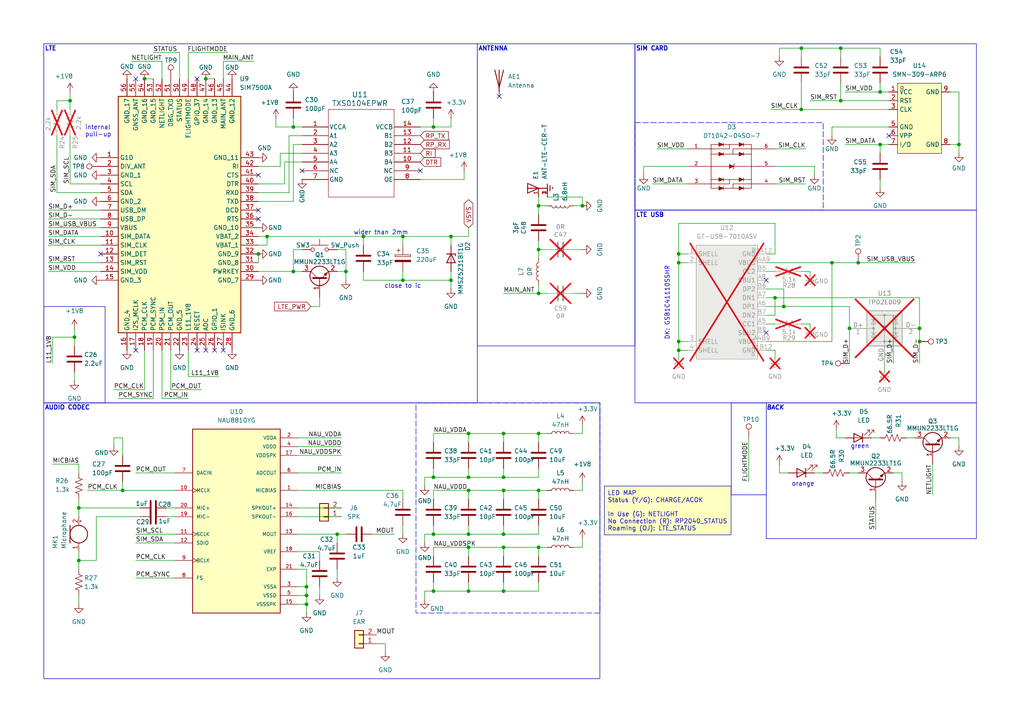
<source format=kicad_sch>
(kicad_sch (version 20231120) (generator "eeschema") (generator_version "8.0")
  (paper "A4")
  (title_block (title "Motorola MicroTAC 4G LTE Retrofit: Modem") (date "2024-07-12") (rev "1") (company "Tyler Ramsawak"))
  (lib_symbols
    (symbol "ANT-LTE-CER-T:ANT-LTE-CER-T" (pin_names (offset 1.016))
      (property "Reference" "E" (at 2.0344 0.7629 0))
      (property "Value" "ANT-LTE-CER-T" (at 2.1628 -1.0178 0))
      (symbol "ANT-LTE-CER-T_0_0"
        (pin passive line (at -2.54 0 0) (length 2.54) (name "~") (number "1"))
        (pin power_in line (at -2.54 -2.54 0) (length 2.54) (name "~") (number "2"))
        (pin power_in line (at -2.54 -2.54 0) (length 2.54) (name "~") (number "3"))
      )
    )
    (symbol "Connector:TestPoint" (pin_numbers hide) (pin_names (offset 0.762) hide)
      (property "Reference" "TP" (at 0 6.858 0))
      (property "Value" "TestPoint" (at 0 5.08 0))
      (symbol "TestPoint_1_1"
        (pin passive line (at 0 0 90) (length 2.54) (name "1") (number "1"))
      )
    )
    (symbol "Connector_Generic:Conn_01x02" (pin_names (offset 1.016) hide)
      (property "Reference" "J" (at 0 2.54 0))
      (property "Value" "Conn_01x02" (at 0 -5.08 0))
      (symbol "Conn_01x02_1_1"
        (pin passive line (at -5.08 0 0) (length 3.81) (name "Pin_1") (number "1"))
        (pin passive line (at -5.08 -2.54 0) (length 3.81) (name "Pin_2") (number "2"))
      )
    )
    (symbol "DT1042-04SO-7:DT1042-04SO-7" (pin_names (offset 1.016))
      (property "Reference" "D" (at -7.62 7.62 0))
      (property "Value" "DT1042-04SO-7" (at -7.62 -10.16 0))
      (symbol "DT1042-04SO-7_0_0"
        (pin passive line (at -12.7 5.08 0) (length 5.08) (name "~") (number "1"))
        (pin power_in line (at -12.7 0 0) (length 5.08) (name "~") (number "2"))
        (pin passive line (at -12.7 -5.08 0) (length 5.08) (name "~") (number "3"))
        (pin passive line (at 12.7 -5.08 180) (length 5.08) (name "~") (number "4"))
        (pin power_in line (at 12.7 0 180) (length 5.08) (name "~") (number "5"))
        (pin passive line (at 12.7 5.08 180) (length 5.08) (name "~") (number "6"))
      )
    )
    (symbol "Device:Antenna" (pin_numbers hide) (pin_names (offset 1.016) hide)
      (property "Reference" "AE" (at -1.905 1.905 0))
      (property "Value" "Antenna" (at -1.905 0 0))
      (symbol "Antenna_1_1"
        (pin input line (at 0 -5.08 90) (length 2.54) (name "A") (number "1"))
      )
    )
    (symbol "Device:C" (pin_numbers hide) (pin_names (offset 0.254))
      (property "Reference" "C" (at 0.635 2.54 0))
      (property "Value" "C" (at 0.635 -2.54 0))
      (symbol "C_1_1"
        (pin passive line (at 0 3.81 270) (length 2.794) (name "~") (number "1"))
        (pin passive line (at 0 -3.81 90) (length 2.794) (name "~") (number "2"))
      )
    )
    (symbol "Device:C_Polarized" (pin_numbers hide) (pin_names (offset 0.254))
      (property "Reference" "C" (at 0.635 2.54 0))
      (property "Value" "C_Polarized" (at 0.635 -2.54 0))
      (symbol "C_Polarized_1_1"
        (pin passive line (at 0 3.81 270) (length 2.794) (name "~") (number "1"))
        (pin passive line (at 0 -3.81 90) (length 2.794) (name "~") (number "2"))
      )
    )
    (symbol "Device:D_Zener" (pin_numbers hide) (pin_names (offset 1.016) hide)
      (property "Reference" "D" (at 0 2.54 0))
      (property "Value" "D_Zener" (at 0 -2.54 0))
      (symbol "D_Zener_1_1"
        (pin passive line (at -3.81 0 0) (length 2.54) (name "K") (number "1"))
        (pin passive line (at 3.81 0 180) (length 2.54) (name "A") (number "2"))
      )
    )
    (symbol "Device:L" (pin_numbers hide) (pin_names (offset 1.016) hide)
      (property "Reference" "L" (at -1.27 0 90))
      (property "Value" "L" (at 1.905 0 90))
      (symbol "L_1_1"
        (pin passive line (at 0 3.81 270) (length 1.27) (name "1") (number "1"))
        (pin passive line (at 0 -3.81 90) (length 1.27) (name "2") (number "2"))
      )
    )
    (symbol "Device:LED" (pin_numbers hide) (pin_names (offset 1.016) hide)
      (property "Reference" "D" (at 0 2.54 0))
      (property "Value" "LED" (at 0 -2.54 0))
      (symbol "LED_1_1"
        (pin passive line (at -3.81 0 0) (length 2.54) (name "K") (number "1"))
        (pin passive line (at 3.81 0 180) (length 2.54) (name "A") (number "2"))
      )
    )
    (symbol "Device:Microphone" (pin_names (offset 0.0254) hide)
      (property "Reference" "MK" (at -3.81 1.27 0))
      (property "Value" "Microphone" (at -3.81 -0.635 0))
      (symbol "Microphone_1_1"
        (pin passive line (at 0 -5.08 90) (length 2.54) (name "-") (number "1"))
        (pin passive line (at 0 5.08 270) (length 2.54) (name "+") (number "2"))
      )
    )
    (symbol "Device:Q_NPN_BEC" (pin_names (offset 0) hide)
      (property "Reference" "Q" (at 5.08 1.27 0))
      (property "Value" "Q_NPN_BEC" (at 5.08 -1.27 0))
      (symbol "Q_NPN_BEC_1_1"
        (pin input line (at -5.08 0 0) (length 5.715) (name "B") (number "1"))
        (pin passive line (at 2.54 -5.08 90) (length 2.54) (name "E") (number "2"))
        (pin passive line (at 2.54 5.08 270) (length 2.54) (name "C") (number "3"))
      )
    )
    (symbol "Device:R_US" (pin_numbers hide) (pin_names (offset 0))
      (property "Reference" "R" (at 2.54 0 90))
      (property "Value" "R_US" (at -2.54 0 90))
      (symbol "R_US_1_1"
        (pin passive line (at 0 3.81 270) (length 1.27) (name "~") (number "1"))
        (pin passive line (at 0 -3.81 90) (length 1.27) (name "~") (number "2"))
      )
    )
    (symbol "GND_2" (power) (pin_numbers hide) (pin_names (offset 0) hide)
      (property "Value" "GND" (at 0 -3.81 0))
      (symbol "GND_2_1_1"
        (pin power_in line (at 0 0 270) (length 0) (name "~") (number "1"))
      )
    )
    (symbol "NAU8810YG:NAU8810YG" (pin_names (offset 1.016))
      (property "Reference" "U" (at -12.7 26.67 0))
      (property "Value" "NAU8810YG" (at -12.7 -29.21 0))
      (symbol "NAU8810YG_0_0"
        (pin output line (at 17.78 7.62 180) (length 5.08) (name "MICBIAS") (number "1"))
        (pin input clock (at -17.78 7.62 0) (length 5.08) (name "MCLK") (number "10"))
        (pin input clock (at -17.78 -5.08 0) (length 5.08) (name "SCLK") (number "11"))
        (pin bidirectional line (at -17.78 -7.62 0) (length 5.08) (name "SDIO") (number "12"))
        (pin output line (at 17.78 -5.08 180) (length 5.08) (name "MOUT") (number "13"))
        (pin output line (at 17.78 2.54 180) (length 5.08) (name "SPKOUT+") (number "14"))
        (pin power_in line (at 17.78 -25.4 180) (length 5.08) (name "VSSSPK") (number "15"))
        (pin output line (at 17.78 0 180) (length 5.08) (name "SPKOUT-") (number "16"))
        (pin power_in line (at 17.78 17.78 180) (length 5.08) (name "VDDSPK") (number "17"))
        (pin output line (at 17.78 -10.16 180) (length 5.08) (name "VREF") (number "18"))
        (pin input line (at -17.78 0 0) (length 5.08) (name "MIC-") (number "19"))
        (pin power_in line (at 17.78 22.86 180) (length 5.08) (name "VDDA") (number "2"))
        (pin input line (at -17.78 2.54 0) (length 5.08) (name "MIC+") (number "20"))
        (pin passive line (at 17.78 -15.24 180) (length 5.08) (name "EXP") (number "21"))
        (pin power_in line (at 17.78 -20.32 180) (length 5.08) (name "VSSA") (number "3"))
        (pin power_in line (at 17.78 20.32 180) (length 5.08) (name "VDDD") (number "4"))
        (pin power_in line (at 17.78 -22.86 180) (length 5.08) (name "VSSD") (number "5"))
        (pin output line (at 17.78 12.7 180) (length 5.08) (name "ADCOUT") (number "6"))
        (pin input line (at -17.78 12.7 0) (length 5.08) (name "DACIN") (number "7"))
        (pin bidirectional line (at -17.78 -17.78 0) (length 5.08) (name "FS") (number "8"))
        (pin bidirectional clock (at -17.78 -12.7 0) (length 5.08) (name "BCLK") (number "9"))
      )
    )
    (symbol "Power_Protection:TPD2EUSB30" (pin_names (offset 0))
      (property "Reference" "U" (at 0 6.35 0))
      (property "Value" "TPD2EUSB30" (at 7.62 -7.62 0))
      (symbol "TPD2EUSB30_1_1"
        (pin passive line (at -10.16 0 0) (length 5.08) (name "D+") (number "1"))
        (pin passive line (at 10.16 0 180) (length 5.08) (name "D-") (number "2"))
        (pin passive line (at 0 -10.16 90) (length 5.08) (name "GND") (number "3"))
      )
    )
    (symbol "SIM7500A:SIM7500A"
      (property "Reference" "U" (at 41.91 22.86 0))
      (property "Value" "SIM7500A" (at 41.91 20.32 0))
      (symbol "SIM7500A_1_1"
        (pin passive line (at 0 0 0) (length 5.08) (name "G1D") (number "1"))
        (pin passive line (at 0 -22.86 0) (length 5.08) (name "SIM_DATA") (number "10"))
        (pin passive line (at 0 -25.4 0) (length 5.08) (name "SIM_CLK") (number "11"))
        (pin passive line (at 0 -27.94 0) (length 5.08) (name "SIM_DET") (number "12"))
        (pin passive line (at 0 -30.48 0) (length 5.08) (name "SIM_RST") (number "13"))
        (pin passive line (at 0 -33.02 0) (length 5.08) (name "SIM_VDD") (number "14"))
        (pin passive line (at 0 -35.56 0) (length 5.08) (name "GND_3") (number "15"))
        (pin passive line (at 7.62 -55.88 90) (length 5.08) (name "GND_4") (number "16"))
        (pin passive line (at 10.16 -55.88 90) (length 5.08) (name "I2S_MCLK") (number "17"))
        (pin passive line (at 12.7 -55.88 90) (length 5.08) (name "PCM_CLK") (number "18"))
        (pin passive line (at 15.24 -55.88 90) (length 5.08) (name "PCM_SYNC") (number "19"))
        (pin passive line (at 0 -2.54 0) (length 5.08) (name "DIV_ANT") (number "2"))
        (pin passive line (at 17.78 -55.88 90) (length 5.08) (name "PSM_IN") (number "20"))
        (pin passive line (at 20.32 -55.88 90) (length 5.08) (name "PCM_OUT") (number "21"))
        (pin passive line (at 22.86 -55.88 90) (length 5.08) (name "GND_5") (number "22"))
        (pin passive line (at 25.4 -55.88 90) (length 5.08) (name "L11_1V8") (number "23"))
        (pin passive line (at 27.94 -55.88 90) (length 5.08) (name "RESET") (number "24"))
        (pin passive line (at 30.48 -55.88 90) (length 5.08) (name "ADC") (number "25"))
        (pin passive line (at 33.02 -55.88 90) (length 5.08) (name "GPIO_1") (number "26"))
        (pin passive line (at 35.56 -55.88 90) (length 5.08) (name "ISINK") (number "27"))
        (pin passive line (at 38.1 -55.88 90) (length 5.08) (name "GND_6") (number "28"))
        (pin passive line (at 45.72 -35.56 180) (length 5.08) (name "GND_7") (number "29"))
        (pin passive line (at 0 -5.08 0) (length 5.08) (name "GND_1") (number "3"))
        (pin passive line (at 45.72 -33.02 180) (length 5.08) (name "PWRKEY") (number "30"))
        (pin passive line (at 45.72 -30.48 180) (length 5.08) (name "GND_8") (number "31"))
        (pin passive line (at 45.72 -27.94 180) (length 5.08) (name "GND_9") (number "32"))
        (pin passive line (at 45.72 -25.4 180) (length 5.08) (name "VBAT_1") (number "33"))
        (pin passive line (at 45.72 -22.86 180) (length 5.08) (name "VBAT_2") (number "34"))
        (pin passive line (at 45.72 -20.32 180) (length 5.08) (name "GND_10") (number "35"))
        (pin passive line (at 45.72 -17.78 180) (length 5.08) (name "RTS") (number "36"))
        (pin passive line (at 45.72 -15.24 180) (length 5.08) (name "DCD") (number "37"))
        (pin passive line (at 45.72 -12.7 180) (length 5.08) (name "TXD") (number "38"))
        (pin passive line (at 45.72 -10.16 180) (length 5.08) (name "RXD") (number "39"))
        (pin passive line (at 0 -7.62 0) (length 5.08) (name "SCL") (number "4"))
        (pin passive line (at 45.72 -7.62 180) (length 5.08) (name "DTR") (number "40"))
        (pin passive line (at 45.72 -5.08 180) (length 5.08) (name "CTS") (number "41"))
        (pin passive line (at 45.72 -2.54 180) (length 5.08) (name "RI") (number "42"))
        (pin passive line (at 45.72 0 180) (length 5.08) (name "GND_11") (number "43"))
        (pin passive line (at 38.1 22.86 270) (length 5.08) (name "GND_12") (number "44"))
        (pin passive line (at 35.56 22.86 270) (length 5.08) (name "MAIN_ANT") (number "45"))
        (pin passive line (at 33.02 22.86 270) (length 5.08) (name "GND_13") (number "46"))
        (pin passive line (at 30.48 22.86 270) (length 5.08) (name "GND_14") (number "47"))
        (pin passive line (at 27.94 22.86 270) (length 5.08) (name "GPIO_37") (number "48"))
        (pin passive line (at 25.4 22.86 270) (length 5.08) (name "FLIGHTMODE") (number "49"))
        (pin passive line (at 0 -10.16 0) (length 5.08) (name "SDA") (number "5"))
        (pin passive line (at 22.86 22.86 270) (length 5.08) (name "STATUS") (number "50"))
        (pin passive line (at 20.32 22.86 270) (length 5.08) (name "DBG_TXD") (number "51"))
        (pin passive line (at 17.78 22.86 270) (length 5.08) (name "NETLIGHT") (number "52"))
        (pin passive line (at 15.24 22.86 270) (length 5.08) (name "GND_15") (number "53"))
        (pin passive line (at 12.7 22.86 270) (length 5.08) (name "GND_16") (number "54"))
        (pin passive line (at 10.16 22.86 270) (length 5.08) (name "GNSS_ANT") (number "55"))
        (pin passive line (at 7.62 22.86 270) (length 5.08) (name "GND_17") (number "56"))
        (pin passive line (at 0 -12.7 0) (length 5.08) (name "GND_2") (number "6"))
        (pin passive line (at 0 -15.24 0) (length 5.08) (name "USB_DM") (number "7"))
        (pin passive line (at 0 -17.78 0) (length 5.08) (name "USB_DP") (number "8"))
        (pin passive line (at 0 -20.32 0) (length 5.08) (name "VBUS") (number "9"))
      )
    )
    (symbol "Switch:SW_Push" (pin_numbers hide) (pin_names (offset 1.016) hide)
      (property "Reference" "SW" (at 1.27 2.54 0))
      (property "Value" "SW_Push" (at 0 -1.524 0))
      (symbol "SW_Push_0_1"
        (pin passive line (at -5.08 0 0) (length 2.54) (name "1") (number "1"))
        (pin passive line (at 5.08 0 180) (length 2.54) (name "2") (number "2"))
      )
    )
    (symbol "TXS0104EPWR:TXS0104EPWR" (pin_names (offset 0.254))
      (property "Reference" "U" (at 17.78 9.652 0))
      (property "Value" "TXS0104EPWR" (at 17.78 7.112 0))
      (symbol "TXS0104EPWR_0_1"
        (pin power_in line (at 0 0 0) (length 7.62) (name "VCCA") (number "1"))
        (pin bidirectional line (at 34.29 -10.16 180) (length 7.62) (name "B4") (number "10"))
        (pin bidirectional line (at 34.29 -7.62 180) (length 7.62) (name "B3") (number "11"))
        (pin bidirectional line (at 34.29 -5.08 180) (length 7.62) (name "B2") (number "12"))
        (pin bidirectional line (at 34.29 -2.54 180) (length 7.62) (name "B1") (number "13"))
        (pin power_in line (at 34.29 0 180) (length 7.62) (name "VCCB") (number "14"))
        (pin bidirectional line (at 0 -2.54 0) (length 7.62) (name "A1") (number "2"))
        (pin bidirectional line (at 0 -5.08 0) (length 7.62) (name "A2") (number "3"))
        (pin bidirectional line (at 0 -7.62 0) (length 7.62) (name "A3") (number "4"))
        (pin bidirectional line (at 0 -10.16 0) (length 7.62) (name "A4") (number "5"))
        (pin unspecified line (at 0 -12.7 0) (length 7.62) (name "NC") (number "6"))
        (pin power_in line (at 0 -15.24 0) (length 7.62) (name "GND") (number "7"))
        (pin output line (at 34.29 -15.24 180) (length 7.62) (name "OE") (number "8"))
        (pin unspecified line (at 34.29 -12.7 180) (length 7.62) (name "NC") (number "9"))
      )
    )
    (symbol "easyeda2kicad:GT-USB-7010ASV"
      (property "Reference" "U" (at 0 20.32 0))
      (property "Value" "GT-USB-7010ASV" (at 0 -17.78 0))
      (symbol "GT-USB-7010ASV_0_1"
        (pin unspecified line (at 10.16 -12.7 180) (length 2.54) (name "SHELL") (number "1"))
        (pin unspecified line (at 10.16 -10.16 180) (length 2.54) (name "SHELL") (number "2"))
        (pin unspecified line (at 10.16 12.7 180) (length 2.54) (name "SHELL") (number "3"))
        (pin unspecified line (at 10.16 15.24 180) (length 2.54) (name "SHELL") (number "4"))
        (pin unspecified line (at -12.7 15.24 0) (length 2.54) (name "GND") (number "A1B12"))
        (pin unspecified line (at -12.7 12.7 0) (length 2.54) (name "VBUS") (number "A4B9"))
        (pin unspecified line (at -12.7 7.62 0) (length 2.54) (name "CC1") (number "A5"))
        (pin unspecified line (at -12.7 2.54 0) (length 2.54) (name "DP1") (number "A6"))
        (pin unspecified line (at -12.7 0 0) (length 2.54) (name "DN1") (number "A7"))
        (pin unspecified line (at -12.7 -5.08 0) (length 2.54) (name "SBU1") (number "A8"))
        (pin unspecified line (at -12.7 -12.7 0) (length 2.54) (name "GND") (number "B1A12"))
        (pin unspecified line (at -12.7 -10.16 0) (length 2.54) (name "VBUS") (number "B4A9"))
        (pin unspecified line (at -12.7 -7.62 0) (length 2.54) (name "CC2") (number "B5"))
        (pin unspecified line (at -12.7 -2.54 0) (length 2.54) (name "DP2") (number "B6"))
        (pin unspecified line (at -12.7 5.08 0) (length 2.54) (name "DN2") (number "B7"))
        (pin unspecified line (at -12.7 10.16 0) (length 2.54) (name "SBU2") (number "B8"))
      )
    )
    (symbol "easyeda2kicad:SMN-309-ARP6"
      (property "Reference" "U" (at 0 12.7 0))
      (property "Value" "SMN-309-ARP6" (at 0 -12.7 0))
      (symbol "SMN-309-ARP6_0_1"
        (pin unspecified line (at -8.89 7.62 0) (length 2.54) (name "VCC") (number "1"))
        (pin unspecified line (at -8.89 5.08 0) (length 2.54) (name "RST") (number "2"))
        (pin unspecified line (at -8.89 2.54 0) (length 2.54) (name "CLK") (number "3"))
        (pin unspecified line (at -8.89 -2.54 0) (length 2.54) (name "GND") (number "5"))
        (pin unspecified line (at -8.89 -5.08 0) (length 2.54) (name "VPP") (number "6"))
        (pin unspecified line (at -8.89 -7.62 0) (length 2.54) (name "I/O") (number "7"))
        (pin unspecified line (at 8.89 -7.62 180) (length 2.54) (name "GND") (number "8"))
        (pin unspecified line (at 8.89 7.62 180) (length 2.54) (name "GND") (number "9"))
      )
    )
    (symbol "power:+1V8" (power) (pin_numbers hide) (pin_names (offset 0) hide)
      (property "Value" "+1V8" (at 0 3.556 0))
      (symbol "+1V8_1_1"
        (pin power_in line (at 0 0 90) (length 0) (name "~") (number "1"))
      )
    )
    (symbol "power:+3.3V" (power) (pin_numbers hide) (pin_names (offset 0) hide)
      (property "Value" "+3.3V" (at 0 3.556 0))
      (symbol "+3.3V_1_1"
        (pin power_in line (at 0 0 90) (length 0) (name "~") (number "1"))
      )
    )
    (symbol "power:GND" (power) (pin_numbers hide) (pin_names (offset 0) hide)
      (property "Value" "GND" (at 0 -3.81 0))
      (symbol "GND_1_1"
        (pin power_in line (at 0 0 270) (length 0) (name "~") (number "1"))
      )
    )
  )
  (junction (at 243.84 29.21))
  (junction (at 196.85 73.66))
  (junction (at 77.47 68.58))
  (junction (at 146.05 158.75))
  (junction (at 266.7 99.06))
  (junction (at 156.21 125.73))
  (junction (at 135.89 142.24))
  (junction (at 135.89 125.73))
  (junction (at 196.85 101.6))
  (junction (at 125.73 36.83))
  (junction (at 100.33 78.74))
  (junction (at 35.56 142.24))
  (junction (at 22.86 147.32))
  (junction (at 125.73 171.45))
  (junction (at 130.81 81.28))
  (junction (at 156.21 142.24))
  (junction (at 146.05 154.94))
  (junction (at 248.92 76.2))
  (junction (at 255.27 41.91))
  (junction (at 135.89 138.43))
  (junction (at 146.05 138.43))
  (junction (at 116.84 81.28))
  (junction (at 146.05 125.73))
  (junction (at 156.21 85.09))
  (junction (at 21.59 97.79))
  (junction (at 85.09 78.74))
  (junction (at 241.3 76.2))
  (junction (at 125.73 154.94))
  (junction (at 156.21 72.39))
  (junction (at 146.05 171.45))
  (junction (at 74.93 73.66))
  (junction (at 243.84 13.97))
  (junction (at 168.91 59.69))
  (junction (at 135.89 154.94))
  (junction (at 232.41 13.97))
  (junction (at 156.21 158.75))
  (junction (at 255.27 26.67))
  (junction (at 135.89 158.75))
  (junction (at 125.73 138.43))
  (junction (at 130.81 68.58))
  (junction (at 278.13 41.91))
  (junction (at 105.41 68.58))
  (junction (at 146.05 142.24))
  (junction (at 97.79 154.94))
  (junction (at 85.09 36.83))
  (junction (at 88.9 175.26))
  (junction (at 116.84 68.58))
  (junction (at 88.9 172.72))
  (junction (at 41.91 22.86))
  (junction (at 224.79 86.36))
  (junction (at 246.38 95.25))
  (junction (at 88.9 170.18))
  (junction (at 232.41 31.75))
  (junction (at 196.85 76.2))
  (junction (at 22.86 162.56))
  (junction (at 227.33 88.9))
  (junction (at 59.69 22.86))
  (junction (at 20.32 29.21))
  (junction (at 196.85 99.06))
  (junction (at 266.7 95.25))
  (junction (at 156.21 59.69))
  (junction (at 135.89 171.45))
  (no_connect (at 257.81 39.37))
  (no_connect (at 59.69 101.6))
  (no_connect (at 222.25 96.52))
  (no_connect (at 222.25 81.28))
  (no_connect (at 39.37 22.86))
  (no_connect (at 64.77 101.6))
  (no_connect (at 144.78 27.94))
  (no_connect (at 74.93 63.5))
  (no_connect (at 74.93 60.96))
  (no_connect (at 57.15 101.6))
  (no_connect (at 62.23 101.6))
  (no_connect (at 39.37 101.6))
  (no_connect (at 29.21 73.66))
  (no_connect (at 57.15 22.86))
  (no_connect (at 121.92 49.53))
  (no_connect (at 74.93 50.8))
  (no_connect (at 87.63 49.53))
  (wire (pts (xy 82.55 46.99) (xy 87.63 46.99)))
  (wire (pts (xy 116.84 152.4) (xy 116.84 154.94)))
  (wire (pts (xy 227.33 83.82) (xy 227.33 88.9)))
  (wire (pts (xy 116.84 71.12) (xy 116.84 68.58)))
  (wire (pts (xy 92.71 160.02) (xy 92.71 162.56)))
  (wire (pts (xy 125.73 34.29) (xy 125.73 36.83)))
  (wire (pts (xy 99.06 129.54) (xy 86.36 129.54)))
  (wire (pts (xy 222.25 101.6) (xy 224.79 101.6)))
  (wire (pts (xy 13.97 60.96) (xy 29.21 60.96)))
  (wire (pts (xy 77.47 71.12) (xy 77.47 68.58)))
  (wire (pts (xy 236.22 137.16) (xy 238.76 137.16)))
  (wire (pts (xy 186.69 48.26) (xy 199.39 48.26)))
  (wire (pts (xy 158.75 72.39) (xy 156.21 72.39)))
  (wire (pts (xy 233.68 43.18) (xy 224.79 43.18)))
  (wire (pts (xy 168.91 72.39) (xy 166.37 72.39)))
  (wire (pts (xy 222.25 88.9) (xy 227.33 88.9)))
  (wire (pts (xy 99.06 127) (xy 86.36 127)))
  (wire (pts (xy 74.93 73.66) (xy 74.93 76.2)))
  (wire (pts (xy 245.11 26.67) (xy 255.27 26.67)))
  (wire (pts (xy 135.89 66.04) (xy 135.89 68.58)))
  (wire (pts (xy 111.76 186.69) (xy 109.22 186.69)))
  (wire (pts (xy 222.25 73.66) (xy 224.79 73.66)))
  (wire (pts (xy 85.09 72.39) (xy 87.63 72.39)))
  (wire (pts (xy 226.06 13.97) (xy 232.41 13.97)))
  (wire (pts (xy 156.21 154.94) (xy 156.21 152.4)))
  (wire (pts (xy 66.04 15.24) (xy 54.61 15.24)))
  (wire (pts (xy 158.75 59.69) (xy 156.21 59.69)))
  (wire (pts (xy 199.39 76.2) (xy 196.85 76.2)))
  (wire (pts (xy 74.93 68.58) (xy 77.47 68.58)))
  (wire (pts (xy 130.81 34.29) (xy 130.81 36.83)))
  (wire (pts (xy 83.82 39.37) (xy 83.82 55.88)))
  (wire (pts (xy 74.93 71.12) (xy 77.47 71.12)))
  (wire (pts (xy 22.86 147.32) (xy 22.86 149.86)))
  (wire (pts (xy 156.21 59.69) (xy 156.21 62.23)))
  (wire (pts (xy 86.36 154.94) (xy 97.79 154.94)))
  (wire (pts (xy 134.62 49.53) (xy 134.62 52.07)))
  (wire (pts (xy 236.22 48.26) (xy 236.22 50.8)))
  (wire (pts (xy 85.09 41.91) (xy 87.63 41.91)))
  (wire (pts (xy 99.06 132.08) (xy 86.36 132.08)))
  (wire (pts (xy 196.85 76.2) (xy 196.85 73.66)))
  (wire (pts (xy 196.85 76.2) (xy 196.85 99.06)))
  (wire (pts (xy 243.84 16.51) (xy 243.84 13.97)))
  (wire (pts (xy 168.91 142.24) (xy 166.37 142.24)))
  (wire (pts (xy 41.91 22.86) (xy 44.45 22.86)))
  (wire (pts (xy 74.93 55.88) (xy 83.82 55.88)))
  (wire (pts (xy 116.84 142.24) (xy 116.84 144.78)))
  (wire (pts (xy 156.21 142.24) (xy 158.75 142.24)))
  (wire (pts (xy 39.37 154.94) (xy 50.8 154.94)))
  (wire (pts (xy 44.45 15.24) (xy 52.07 15.24)))
  (wire (pts (xy 196.85 101.6) (xy 199.39 101.6)))
  (wire (pts (xy 156.21 158.75) (xy 156.21 161.29)))
  (wire (pts (xy 111.76 186.69) (xy 111.76 189.23)))
  (wire (pts (xy 130.81 78.74) (xy 130.81 81.28)))
  (wire (pts (xy 196.85 64.77) (xy 196.85 73.66)))
  (wire (pts (xy 125.73 135.89) (xy 125.73 138.43)))
  (wire (pts (xy 86.36 165.1) (xy 88.9 165.1)))
  (wire (pts (xy 227.33 88.9) (xy 246.38 88.9)))
  (wire (pts (xy 85.09 72.39) (xy 85.09 78.74)))
  (wire (pts (xy 86.36 147.32) (xy 99.06 147.32)))
  (wire (pts (xy 134.62 52.07) (xy 121.92 52.07)))
  (wire (pts (xy 41.91 113.03) (xy 41.91 101.6)))
  (wire (pts (xy 74.93 48.26) (xy 81.28 48.26)))
  (wire (pts (xy 135.89 125.73) (xy 146.05 125.73)))
  (wire (pts (xy 168.91 85.09) (xy 166.37 85.09)))
  (wire (pts (xy 88.9 170.18) (xy 88.9 172.72)))
  (wire (pts (xy 278.13 41.91) (xy 278.13 44.45)))
  (wire (pts (xy 255.27 41.91) (xy 245.11 41.91)))
  (wire (pts (xy 73.66 17.78) (xy 64.77 17.78)))
  (wire (pts (xy 196.85 73.66) (xy 199.39 73.66)))
  (wire (pts (xy 186.69 48.26) (xy 186.69 50.8)))
  (wire (pts (xy 146.05 142.24) (xy 146.05 144.78)))
  (wire (pts (xy 105.41 68.58) (xy 116.84 68.58)))
  (wire (pts (xy 278.13 127) (xy 275.59 127)))
  (wire (pts (xy 232.41 78.74) (xy 234.95 78.74)))
  (wire (pts (xy 135.89 154.94) (xy 146.05 154.94)))
  (wire (pts (xy 166.37 125.73) (xy 168.91 125.73)))
  (wire (pts (xy 88.9 172.72) (xy 88.9 175.26)))
  (wire (pts (xy 97.79 154.94) (xy 97.79 157.48)))
  (wire (pts (xy 74.93 78.74) (xy 85.09 78.74)))
  (wire (pts (xy 22.86 175.26) (xy 22.86 172.72)))
  (wire (pts (xy 27.94 149.86) (xy 40.64 149.86)))
  (wire (pts (xy 39.37 137.16) (xy 50.8 137.16)))
  (wire (pts (xy 116.84 78.74) (xy 116.84 81.28)))
  (wire (pts (xy 123.19 157.48) (xy 123.19 154.94)))
  (wire (pts (xy 123.19 154.94) (xy 125.73 154.94)))
  (wire (pts (xy 100.33 72.39) (xy 100.33 78.74)))
  (wire (pts (xy 224.79 101.6) (xy 224.79 104.14)))
  (wire (pts (xy 46.99 17.78) (xy 46.99 22.86)))
  (wire (pts (xy 86.36 142.24) (xy 116.84 142.24)))
  (wire (pts (xy 135.89 142.24) (xy 135.89 144.78)))
  (wire (pts (xy 33.02 127) (xy 33.02 129.54)))
  (wire (pts (xy 226.06 13.97) (xy 226.06 16.51)))
  (wire (pts (xy 196.85 101.6) (xy 196.85 99.06)))
  (wire (pts (xy 83.82 39.37) (xy 87.63 39.37)))
  (wire (pts (xy 233.68 53.34) (xy 224.79 53.34)))
  (wire (pts (xy 223.52 31.75) (xy 232.41 31.75)))
  (wire (pts (xy 35.56 127) (xy 35.56 132.08)))
  (wire (pts (xy 49.53 113.03) (xy 49.53 101.6)))
  (wire (pts (xy 217.17 139.7) (xy 217.17 127)))
  (wire (pts (xy 156.21 85.09) (xy 156.21 82.55)))
  (wire (pts (xy 243.84 29.21) (xy 257.81 29.21)))
  (wire (pts (xy 97.79 72.39) (xy 100.33 72.39)))
  (wire (pts (xy 130.81 83.82) (xy 130.81 81.28)))
  (wire (pts (xy 130.81 68.58) (xy 135.89 68.58)))
  (wire (pts (xy 254 153.67) (xy 254 144.78)))
  (wire (pts (xy 222.25 83.82) (xy 227.33 83.82)))
  (wire (pts (xy 20.32 39.37) (xy 20.32 53.34)))
  (wire (pts (xy 125.73 158.75) (xy 125.73 161.29)))
  (wire (pts (xy 22.86 160.02) (xy 22.86 162.56)))
  (wire (pts (xy 105.41 71.12) (xy 105.41 68.58)))
  (wire (pts (xy 243.84 13.97) (xy 255.27 13.97)))
  (wire (pts (xy 135.89 125.73) (xy 135.89 128.27)))
  (wire (pts (xy 58.42 113.03) (xy 49.53 113.03)))
  (wire (pts (xy 13.97 71.12) (xy 29.21 71.12)))
  (wire (pts (xy 232.41 31.75) (xy 257.81 31.75)))
  (wire (pts (xy 116.84 81.28) (xy 130.81 81.28)))
  (wire (pts (xy 146.05 158.75) (xy 156.21 158.75)))
  (wire (pts (xy 224.79 93.98) (xy 222.25 93.98)))
  (wire (pts (xy 241.3 76.2) (xy 241.3 99.06)))
  (wire (pts (xy 224.79 78.74) (xy 222.25 78.74)))
  (wire (pts (xy 261.62 137.16) (xy 261.62 139.7)))
  (wire (pts (xy 40.64 147.32) (xy 22.86 147.32)))
  (wire (pts (xy 52.07 15.24) (xy 52.07 22.86)))
  (wire (pts (xy 20.32 53.34) (xy 29.21 53.34)))
  (wire (pts (xy 242.57 124.46) (xy 242.57 127)))
  (wire (pts (xy 135.89 152.4) (xy 135.89 154.94)))
  (wire (pts (xy 34.29 115.57) (xy 44.45 115.57)))
  (wire (pts (xy 125.73 152.4) (xy 125.73 154.94)))
  (wire (pts (xy 121.92 36.83) (xy 125.73 36.83)))
  (wire (pts (xy 196.85 99.06) (xy 199.39 99.06)))
  (wire (pts (xy 196.85 104.14) (xy 196.85 101.6)))
  (wire (pts (xy 255.27 24.13) (xy 255.27 26.67)))
  (wire (pts (xy 190.5 43.18) (xy 199.39 43.18)))
  (wire (pts (xy 21.59 97.79) (xy 21.59 100.33)))
  (wire (pts (xy 246.38 137.16) (xy 248.92 137.16)))
  (wire (pts (xy 125.73 128.27) (xy 125.73 125.73)))
  (wire (pts (xy 15.24 134.62) (xy 22.86 134.62)))
  (wire (pts (xy 146.05 142.24) (xy 156.21 142.24)))
  (wire (pts (xy 224.79 73.66) (xy 224.79 64.77)))
  (wire (pts (xy 22.86 134.62) (xy 22.86 137.16)))
  (wire (pts (xy 232.41 93.98) (xy 234.95 93.98)))
  (wire (pts (xy 135.89 138.43) (xy 146.05 138.43)))
  (wire (pts (xy 54.61 115.57) (xy 46.99 115.57)))
  (wire (pts (xy 135.89 168.91) (xy 135.89 171.45)))
  (wire (pts (xy 248.92 76.2) (xy 265.43 76.2)))
  (wire (pts (xy 255.27 52.07) (xy 255.27 54.61)))
  (wire (pts (xy 246.38 105.41) (xy 246.38 95.25)))
  (wire (pts (xy 226.06 134.62) (xy 226.06 137.16)))
  (wire (pts (xy 278.13 127) (xy 278.13 129.54)))
  (wire (pts (xy 44.45 115.57) (xy 44.45 101.6)))
  (wire (pts (xy 33.02 113.03) (xy 41.91 113.03)))
  (wire (pts (xy 246.38 88.9) (xy 246.38 95.25)))
  (wire (pts (xy 22.86 162.56) (xy 27.94 162.56)))
  (wire (pts (xy 234.95 29.21) (xy 243.84 29.21)))
  (wire (pts (xy 85.09 58.42) (xy 74.93 58.42)))
  (wire (pts (xy 241.3 36.83) (xy 257.81 36.83)))
  (wire (pts (xy 97.79 78.74) (xy 100.33 78.74)))
  (wire (pts (xy 88.9 165.1) (xy 88.9 170.18)))
  (wire (pts (xy 86.36 170.18) (xy 88.9 170.18)))
  (wire (pts (xy 146.05 125.73) (xy 146.05 128.27)))
  (wire (pts (xy 168.91 125.73) (xy 168.91 123.19)))
  (wire (pts (xy 168.91 139.7) (xy 168.91 142.24)))
  (wire (pts (xy 85.09 34.29) (xy 85.09 36.83)))
  (wire (pts (xy 87.63 44.45) (xy 81.28 44.45)))
  (wire (pts (xy 135.89 158.75) (xy 135.89 161.29)))
  (wire (pts (xy 54.61 109.22) (xy 54.61 101.6)))
  (wire (pts (xy 256.54 105.41) (xy 256.54 107.95)))
  (wire (pts (xy 39.37 157.48) (xy 50.8 157.48)))
  (wire (pts (xy 156.21 69.85) (xy 156.21 72.39)))
  (wire (pts (xy 123.19 138.43) (xy 125.73 138.43)))
  (wire (pts (xy 224.79 64.77) (xy 196.85 64.77)))
  (wire (pts (xy 125.73 158.75) (xy 135.89 158.75)))
  (wire (pts (xy 59.69 22.86) (xy 62.23 22.86)))
  (wire (pts (xy 156.21 142.24) (xy 156.21 144.78)))
  (wire (pts (xy 275.59 41.91) (xy 278.13 41.91)))
  (wire (pts (xy 54.61 15.24) (xy 54.61 22.86)))
  (wire (pts (xy 232.41 13.97) (xy 243.84 13.97)))
  (wire (pts (xy 100.33 78.74) (xy 100.33 81.28)))
  (wire (pts (xy 135.89 135.89) (xy 135.89 138.43)))
  (wire (pts (xy 156.21 158.75) (xy 158.75 158.75)))
  (wire (pts (xy 156.21 59.69) (xy 156.21 57.15)))
  (wire (pts (xy 86.36 160.02) (xy 92.71 160.02)))
  (wire (pts (xy 130.81 71.12) (xy 130.81 68.58)))
  (wire (pts (xy 123.19 171.45) (xy 125.73 171.45)))
  (wire (pts (xy 21.59 107.95) (xy 21.59 110.49)))
  (wire (pts (xy 135.89 171.45) (xy 146.05 171.45)))
  (wire (pts (xy 92.71 170.18) (xy 92.71 172.72)))
  (wire (pts (xy 123.19 140.97) (xy 123.19 138.43)))
  (wire (pts (xy 156.21 72.39) (xy 156.21 74.93)))
  (wire (pts (xy 35.56 127) (xy 33.02 127)))
  (wire (pts (xy 125.73 168.91) (xy 125.73 171.45)))
  (wire (pts (xy 222.25 76.2) (xy 241.3 76.2)))
  (wire (pts (xy 146.05 154.94) (xy 156.21 154.94)))
  (wire (pts (xy 156.21 171.45) (xy 156.21 168.91)))
  (wire (pts (xy 146.05 171.45) (xy 146.05 168.91)))
  (wire (pts (xy 97.79 165.1) (xy 97.79 167.64)))
  (wire (pts (xy 22.86 144.78) (xy 22.86 147.32)))
  (wire (pts (xy 156.21 138.43) (xy 156.21 135.89)))
  (wire (pts (xy 125.73 36.83) (xy 130.81 36.83)))
  (wire (pts (xy 266.7 99.06) (xy 266.7 105.41)))
  (wire (pts (xy 224.79 91.44) (xy 224.79 86.36)))
  (wire (pts (xy 158.75 85.09) (xy 156.21 85.09)))
  (wire (pts (xy 125.73 144.78) (xy 125.73 142.24)))
  (wire (pts (xy 189.23 53.34) (xy 199.39 53.34)))
  (wire (pts (xy 64.77 17.78) (xy 64.77 22.86)))
  (wire (pts (xy 21.59 95.25) (xy 21.59 97.79)))
  (wire (pts (xy 63.5 109.22) (xy 54.61 109.22)))
  (wire (pts (xy 158.75 57.15) (xy 168.91 57.15)))
  (wire (pts (xy 125.73 171.45) (xy 135.89 171.45)))
  (wire (pts (xy 88.9 175.26) (xy 88.9 177.8)))
  (wire (pts (xy 38.1 17.78) (xy 46.99 17.78)))
  (wire (pts (xy 266.7 86.36) (xy 266.7 95.25)))
  (wire (pts (xy 135.89 142.24) (xy 146.05 142.24)))
  (wire (pts (xy 156.21 125.73) (xy 158.75 125.73)))
  (wire (pts (xy 146.05 125.73) (xy 156.21 125.73)))
  (wire (pts (xy 13.97 66.04) (xy 29.21 66.04)))
  (wire (pts (xy 125.73 125.73) (xy 135.89 125.73)))
  (wire (pts (xy 146.05 154.94) (xy 146.05 152.4)))
  (wire (pts (xy 234.95 93.98) (xy 234.95 95.25)))
  (wire (pts (xy 48.26 147.32) (xy 50.8 147.32)))
  (wire (pts (xy 13.97 68.58) (xy 29.21 68.58)))
  (wire (pts (xy 90.17 88.9) (xy 92.71 88.9)))
  (wire (pts (xy 86.36 172.72) (xy 88.9 172.72)))
  (wire (pts (xy 105.41 78.74) (xy 105.41 81.28)))
  (wire (pts (xy 13.97 76.2) (xy 29.21 76.2)))
  (wire (pts (xy 242.57 127) (xy 245.11 127)))
  (wire (pts (xy 20.32 26.67) (xy 20.32 29.21)))
  (wire (pts (xy 146.05 171.45) (xy 156.21 171.45)))
  (wire (pts (xy 16.51 29.21) (xy 20.32 29.21)))
  (wire (pts (xy 241.3 36.83) (xy 241.3 39.37)))
  (wire (pts (xy 16.51 39.37) (xy 16.51 55.88)))
  (wire (pts (xy 262.89 127) (xy 265.43 127)))
  (wire (pts (xy 25.4 142.24) (xy 35.56 142.24)))
  (wire (pts (xy 80.01 36.83) (xy 85.09 36.83)))
  (wire (pts (xy 168.91 57.15) (xy 168.91 59.69)))
  (wire (pts (xy 255.27 41.91) (xy 255.27 44.45)))
  (wire (pts (xy 85.09 36.83) (xy 87.63 36.83)))
  (wire (pts (xy 222.25 86.36) (xy 224.79 86.36)))
  (wire (pts (xy 257.81 41.91) (xy 255.27 41.91)))
  (wire (pts (xy 22.86 165.1) (xy 22.86 162.56)))
  (wire (pts (xy 92.71 88.9) (xy 92.71 86.36)))
  (wire (pts (xy 86.36 149.86) (xy 99.06 149.86)))
  (wire (pts (xy 82.55 53.34) (xy 74.93 53.34)))
  (wire (pts (xy 222.25 91.44) (xy 224.79 91.44)))
  (wire (pts (xy 123.19 173.99) (xy 123.19 171.45)))
  (wire (pts (xy 252.73 127) (xy 255.27 127)))
  (wire (pts (xy 275.59 26.67) (xy 278.13 26.67)))
  (wire (pts (xy 48.26 149.86) (xy 50.8 149.86)))
  (wire (pts (xy 81.28 44.45) (xy 81.28 48.26)))
  (wire (pts (xy 15.24 97.79) (xy 15.24 105.41)))
  (wire (pts (xy 224.79 48.26) (xy 236.22 48.26)))
  (wire (pts (xy 100.33 154.94) (xy 97.79 154.94)))
  (wire (pts (xy 168.91 59.69) (xy 166.37 59.69)))
  (wire (pts (xy 114.3 154.94) (xy 107.95 154.94)))
  (wire (pts (xy 255.27 26.67) (xy 257.81 26.67)))
  (wire (pts (xy 156.21 125.73) (xy 156.21 128.27)))
  (wire (pts (xy 255.27 13.97) (xy 255.27 16.51)))
  (wire (pts (xy 224.79 86.36) (xy 266.7 86.36)))
  (wire (pts (xy 105.41 81.28) (xy 116.84 81.28)))
  (wire (pts (xy 259.08 105.41) (xy 259.08 91.44)))
  (wire (pts (xy 77.47 68.58) (xy 105.41 68.58)))
  (wire (pts (xy 15.24 97.79) (xy 21.59 97.79)))
  (wire (pts (xy 85.09 58.42) (xy 85.09 41.91)))
  (wire (pts (xy 13.97 63.5) (xy 29.21 63.5)))
  (wire (pts (xy 146.05 138.43) (xy 156.21 138.43)))
  (wire (pts (xy 86.36 137.16) (xy 99.06 137.16)))
  (wire (pts (xy 232.41 13.97) (xy 232.41 16.51)))
  (wire (pts (xy 116.84 68.58) (xy 130.81 68.58)))
  (wire (pts (xy 39.37 162.56) (xy 50.8 162.56)))
  (wire (pts (xy 13.97 78.74) (xy 29.21 78.74)))
  (wire (pts (xy 16.51 55.88) (xy 29.21 55.88)))
  (wire (pts (xy 146.05 85.09) (xy 156.21 85.09)))
  (wire (pts (xy 27.94 162.56) (xy 27.94 149.86)))
  (wire (pts (xy 16.51 29.21) (xy 16.51 31.75)))
  (wire (pts (xy 82.55 53.34) (xy 82.55 46.99)))
  (wire (pts (xy 278.13 26.67) (xy 278.13 41.91)))
  (wire (pts (xy 80.01 34.29) (xy 80.01 36.83)))
  (wire (pts (xy 168.91 156.21) (xy 168.91 158.75)))
  (wire (pts (xy 261.62 137.16) (xy 259.08 137.16)))
  (wire (pts (xy 125.73 142.24) (xy 135.89 142.24)))
  (wire (pts (xy 222.25 99.06) (xy 241.3 99.06)))
  (wire (pts (xy 168.91 158.75) (xy 166.37 158.75)))
  (wire (pts (xy 243.84 24.13) (xy 243.84 29.21)))
  (wire (pts (xy 232.41 24.13) (xy 232.41 31.75)))
  (wire (pts (xy 241.3 76.2) (xy 248.92 76.2)))
  (wire (pts (xy 146.05 138.43) (xy 146.05 135.89)))
  (wire (pts (xy 35.56 142.24) (xy 50.8 142.24)))
  (wire (pts (xy 226.06 137.16) (xy 228.6 137.16)))
  (wire (pts (xy 266.7 95.25) (xy 266.7 99.06)))
  (wire (pts (xy 270.51 143.51) (xy 270.51 134.62)))
  (wire (pts (xy 35.56 139.7) (xy 35.56 142.24)))
  (wire (pts (xy 234.95 78.74) (xy 234.95 80.01)))
  (wire (pts (xy 125.73 154.94) (xy 135.89 154.94)))
  (wire (pts (xy 46.99 115.57) (xy 46.99 101.6)))
  (wire (pts (xy 39.37 167.64) (xy 50.8 167.64)))
  (wire (pts (xy 146.05 158.75) (xy 146.05 161.29)))
  (wire (pts (xy 125.73 138.43) (xy 135.89 138.43)))
  (wire (pts (xy 20.32 31.75) (xy 20.32 29.21)))
  (wire (pts (xy 85.09 78.74) (xy 87.63 78.74)))
  (wire (pts (xy 135.89 158.75) (xy 146.05 158.75)))
  (wire (pts (xy 86.36 175.26) (xy 88.9 175.26)))
  (rectangle (start 12.7 12.7) (end 138.43 116.84))
  (rectangle (start 212.09 116.84) (end 222.25 143.51))
  (rectangle (start 12.7 88.9) (end 30.48 116.84))
  (rectangle (start 184.15 35.56) (end 238.76 60.96) (stroke (width 0) (type dash)))
  (rectangle (start 120.65 116.84) (end 173.99 177.8) (stroke (width 0) (type dash)))
  (rectangle (start 184.15 60.96) (end 283.21 116.84))
  (rectangle (start 138.43 12.7) (end 184.15 100.33))
  (rectangle (start 12.7 116.84) (end 173.99 196.85))
  (rectangle (start 184.15 12.7) (end 283.21 60.96))
  (rectangle (start 222.25 116.84) (end 283.21 156.21))
  (text_box "LED MAP\nStatus (Y/G): CHARGE/ACOK\n\nIn Use (G): NETLIGHT\nNo Connection (R): RP2040_STATUS\nRoaming (OJ): LTE_STATUS" (at 175.26 140.97 0) (size 36.7671 14.1714) (fill (type color) (color 255 255 194 1)) (effects (font (size 1.27 1.27)) (justify left)))
  (text "orange" (at 232.918 140.462 0) (effects (font (size 1.27 1.27))))
  (text "AUDIO CODEC" (at 12.954 117.602 0) (effects (font (size 1.27 1.27) (bold yes)) (justify left top)))
  (text "green" (at 249.428 129.54 0) (effects (font (size 1.27 1.27))))
  (text "BACK" (at 222.25 118.364 0) (effects (font (size 1.27 1.27) (thickness 0.254) (bold yes) (italic yes)) (justify left)))
  (text "LTE" (at 12.954 13.462 0) (effects (font (size 1.27 1.27) (thickness 0.254) (bold yes)) (justify left top)))
  (text "SIM CARD" (at 184.404 13.462 0) (effects (font (size 1.27 1.27) (bold yes)) (justify left top)))
  (text "internal\npull-up" (at 24.638 38.1 0) (effects (font (size 1.27 1.27)) (justify left)))
  (text "close to ic" (at 116.84 83.058 0) (effects (font (size 1.27 1.27))))
  (text "DK: GSB1C41110SSHR" (at 193.548 87.884 90) (effects (font (size 1.27 1.27))))
  (text "ANTENNA" (at 138.684 13.462 0) (effects (font (size 1.27 1.27) (bold yes)) (justify left top)))
  (text "wider than 2mm" (at 110.49 67.564 0) (effects (font (size 1.27 1.27))))
  (text "LTE USB" (at 184.404 61.722 0) (effects (font (size 1.27 1.27) (bold yes)) (justify left top)))
  (label "SIM_CLK" (at 223.52 31.75 0))
  (label "SIM_RST" (at 234.95 29.21 0))
  (label "SIM_SCL" (at 20.32 53.34 90))
  (label "MOUT" (at 109.22 184.15 0))
  (label "MICBIAS" (at 99.06 142.24 180))
  (label "SIM_RST" (at 13.97 76.2 0))
  (label "SIM_SDA" (at 16.51 55.88 90))
  (label "SIM_D-" (at 266.7 105.41 90))
  (label "MOUT" (at 114.3 154.94 180))
  (label "SIM_VDD" (at 13.97 78.74 0))
  (label "SIM_VDD" (at 190.5 43.18 0))
  (label "SIM_CLK" (at 13.97 71.12 0))
  (label "PCM_CLK" (at 33.02 113.03 0))
  (label "L11_1V8" (at 63.5 109.22 180))
  (label "PCM_CLK" (at 39.37 162.56 0))
  (label "FLIGHTMODE" (at 66.04 15.24 180))
  (label "NETLIGHT" (at 270.51 143.51 90))
  (label "SIM_D+" (at 259.08 105.41 90))
  (label "L11_1V8" (at 15.24 105.41 90))
  (label "PCM_IN" (at 54.61 115.57 180))
  (label "SIM_RST" (at 233.68 53.34 180))
  (label "SIM_USB_VBUS" (at 13.97 66.04 0))
  (label "SIM_USB_VBUS" (at 265.43 76.2 180))
  (label "NAU_VDDSPK" (at 125.73 158.75 0))
  (label "STATUS" (at 44.45 15.24 0))
  (label "SIM_DATA" (at 13.97 68.58 0))
  (label "MAIN_ANT" (at 73.66 17.78 180))
  (label "PCM_SYNC" (at 39.37 167.64 0))
  (label "NAU_VDDD" (at 125.73 142.24 0))
  (label "SIM_CLK" (at 233.68 43.18 180))
  (label "NAU_VDDA" (at 125.73 125.73 0))
  (label "SIM_VDD" (at 245.11 26.67 0))
  (label "SIM_D+" (at 246.38 105.41 90))
  (label "SIM_D+" (at 13.97 60.96 0))
  (label "PCM_OUT" (at 58.42 113.03 180))
  (label "PCM_OUT" (at 39.37 137.16 0))
  (label "PCM_IN" (at 99.06 137.16 180))
  (label "MAIN_ANT" (at 146.05 85.09 0))
  (label "NAU_VDDSPK" (at 99.06 132.08 180))
  (label "FLIGHTMODE" (at 217.17 139.7 90))
  (label "SIM_D-" (at 13.97 63.5 0))
  (label "SIM_SDA" (at 39.37 157.48 0))
  (label "SIM_DATA" (at 189.23 53.34 0))
  (label "NAU_VDDD" (at 99.06 129.54 180))
  (label "SIM_DATA" (at 245.11 41.91 0))
  (label "SIM_SCL" (at 39.37 154.94 0))
  (label "PCM_SYNC" (at 34.29 115.57 0))
  (label "NAU_VDDA" (at 99.06 127 180))
  (label "STATUS" (at 254 153.67 90))
  (label "MICBIAS" (at 15.24 134.62 0))
  (label "NETLIGHT" (at 38.1 17.78 0))
  (label "PCM_CLK" (at 25.4 142.24 0))
  (global_label "VSYS" (shape bidirectional) (at 135.89 66.04 90) (property "Intersheetrefs" "${INTERSHEET_REFS}" (effects (hide yes))))
  (global_label "LTE_PWR" (shape input) (at 90.17 88.9 180) (property "Intersheetrefs" "${INTERSHEET_REFS}" (effects (hide yes))))
  (global_label "DTR" (shape input) (at 121.92 46.99 0) (property "Intersheetrefs" "${INTERSHEET_REFS}" (effects (hide yes))))
  (global_label "RP_TX" (shape input) (at 121.92 39.37 0) (property "Intersheetrefs" "${INTERSHEET_REFS}" (effects (hide yes))))
  (global_label "RP_RX" (shape input) (at 121.92 41.91 0) (property "Intersheetrefs" "${INTERSHEET_REFS}" (effects (hide yes))))
  (global_label "RI" (shape input) (at 121.92 44.45 0) (property "Intersheetrefs" "${INTERSHEET_REFS}" (effects (hide yes))))
  (symbol (lib_id "TXS0104EPWR:TXS0104EPWR") (at 87.63 36.83 0) (unit 1)
    (property "Reference" "U11" (at 104.394 27.432 0) (effects (font (size 1.524 1.524))))
    (property "Value" "TXS0104EPWR" (at 104.394 29.972 0) (effects (font (size 1.524 1.524))))
    (property "Footprint" "TXS0104EPWR:PW14" (effects (hide yes)))
    (property "Datasheet" "https://www.lcsc.com/datasheet/lcsc_datasheet_1810271112_Texas-Instruments-TXS0104EPWR_C44955.pdf" (effects (hide yes)))
    (property "LCSC Part #" "C44955" (effects (hide yes)))
  )
  (symbol (lib_id "power:+1V8") (at 21.59 95.25 0) (unit 1)
    (property "Reference" "#PWR065" (effects (hide yes)))
    (property "Value" "+1V8" (at 21.59 90.17 0))
    (property "Description" "Power symbol creates a global label with name \"+1V8\"" (effects (hide yes)))
  )
  (symbol (lib_id "Device:R_US") (at 22.86 140.97 180) (unit 1)
    (property "Reference" "R26" (at 16.002 139.446 0) (effects (justify right)))
    (property "Value" "1.3k" (at 16.002 141.986 0) (effects (justify right)))
    (property "Footprint" "Resistor_SMD:R_0603_1608Metric" (effects (hide yes)))
    (property "LCSC Part #" "C125319" (effects (hide yes)))
  )
  (symbol (lib_id "Device:R_US") (at 259.08 127 90) (unit 1)
    (property "Reference" "R31" (at 260.604 120.142 0) (effects (justify right)))
    (property "Value" "66.5R" (at 258.064 120.142 0) (effects (justify right)))
    (property "Footprint" "Resistor_SMD:R_0603_1608Metric" (effects (hide yes)))
    (property "LCSC Part #" "C245995" (effects (hide yes)))
  )
  (symbol (lib_id "power:GND") (at 236.22 50.8 0) (unit 1)
    (property "Reference" "#PWR0112" (effects (hide yes)))
    (property "Value" "GND" (at 236.22 54.61 0))
    (property "Description" "Power symbol creates a global label with name \"GND\" , ground" (effects (hide yes)))
  )
  (symbol (lib_id "power:GND") (at 123.19 157.48 0) (unit 1)
    (property "Reference" "#PWR094" (effects (hide yes)))
    (property "Value" "GND" (at 123.19 161.798 0))
    (property "Description" "Power symbol creates a global label with name \"GND\" , ground" (effects (hide yes)))
  )
  (symbol (lib_id "Device:C") (at 232.41 20.32 0) (unit 1)
    (property "Reference" "C52" (at 236.22 19.0499 0) (effects (justify left)))
    (property "Value" "33pF" (at 236.22 21.5899 0) (effects (justify left)))
    (property "Footprint" "Capacitor_SMD:C_0603_1608Metric" (effects (hide yes)))
    (property "Description" "Unpolarized capacitor" (effects (hide yes)))
    (property "LCSC Part #" "C2169365" (effects (hide yes)))
  )
  (symbol (lib_id "power:GND") (at 255.27 54.61 0) (mirror y) (unit 1)
    (property "Reference" "#PWR0115" (effects (hide yes)))
    (property "Value" "GND" (at 255.27 59.69 0))
    (property "Description" "Power symbol creates a global label with name \"GND\" , ground" (effects (hide yes)))
  )
  (symbol (lib_id "Device:L") (at 162.56 158.75 90) (unit 1)
    (property "Reference" "L6" (at 162.56 153.67 90))
    (property "Value" "47nH" (at 162.56 156.21 90))
    (property "Footprint" "Inductor_SMD:L_0603_1608Metric" (effects (hide yes)))
    (property "Description" "Inductor" (effects (hide yes)))
    (property "LCSC Part #" "C29683" (effects (hide yes)))
  )
  (symbol (lib_id "power:+1V8") (at 134.62 49.53 0) (unit 1)
    (property "Reference" "#PWR099" (effects (hide yes)))
    (property "Value" "+1V8" (at 132.842 44.958 0))
    (property "Description" "Power symbol creates a global label with name \"+1V8\"" (effects (hide yes)))
  )
  (symbol (lib_id "power:+3.3V") (at 242.57 124.46 0) (unit 1)
    (property "Reference" "#PWR0114" (effects (hide yes)))
    (property "Value" "+3.3V" (at 244.094 119.888 0))
    (property "Description" "Power symbol creates a global label with name \"+3.3V\"" (effects (hide yes)))
  )
  (symbol (lib_id "Device:C") (at 44.45 147.32 90) (unit 1)
    (property "Reference" "C28" (at 47.752 146.304 90))
    (property "Value" "1uF" (at 41.148 146.05 90))
    (property "Footprint" "Capacitor_SMD:C_0603_1608Metric" (effects (hide yes)))
    (property "Description" "Unpolarized capacitor" (effects (hide yes)))
    (property "LCSC Part #" "C59782" (effects (hide yes)))
  )
  (symbol (lib_id "power:+1V8") (at 20.32 26.67 0) (unit 1)
    (property "Reference" "#PWR064" (effects (hide yes)))
    (property "Value" "+1V8" (at 18.542 22.098 0))
    (property "Description" "Power symbol creates a global label with name \"+1V8\"" (effects (hide yes)))
  )
  (symbol (lib_id "Device:C") (at 104.14 154.94 270) (unit 1)
    (property "Reference" "C33" (at 104.14 158.75 90))
    (property "Value" "1uF" (at 104.14 161.29 90))
    (property "Footprint" "Capacitor_SMD:C_0603_1608Metric" (effects (hide yes)))
    (property "Description" "Unpolarized capacitor" (effects (hide yes)))
    (property "LCSC Part #" "C59782" (effects (hide yes)))
  )
  (symbol (lib_id "power:GND") (at 88.9 177.8 0) (unit 1)
    (property "Reference" "#PWR087" (effects (hide yes)))
    (property "Value" "GND" (at 88.9 182.88 0))
    (property "Description" "Power symbol creates a global label with name \"GND\" , ground" (effects (hide yes)))
  )
  (symbol (lib_id "Device:C") (at 116.84 148.59 180) (unit 1)
    (property "Reference" "C36" (at 113.792 143.764 0))
    (property "Value" "4.7uF" (at 113.792 146.304 0))
    (property "Footprint" "Capacitor_SMD:C_0603_1608Metric" (effects (hide yes)))
    (property "Description" "Unpolarized capacitor" (effects (hide yes)))
    (property "LCSC Part #" "C107368" (effects (hide yes)))
  )
  (symbol (lib_id "Device:R_US") (at 20.32 35.56 0) (unit 1) (in_bom no) (on_board no) (dnp yes)
    (property "Reference" "R25" (at 21.844 39.37 90) (effects (justify right)))
    (property "Value" "2.2k" (at 22.86 33.528 90) (effects (justify right)))
    (property "Footprint" "Resistor_SMD:R_0603_1608Metric_Pad0.98x0.95mm_HandSolder" (effects (hide yes)))
  )
  (symbol (lib_id "Device:L") (at 156.21 78.74 180) (unit 1)
    (property "Reference" "L7" (at 151.13 78.74 90))
    (property "Value" "0R" (at 153.67 78.74 90))
    (property "Footprint" "Resistor_SMD:R_0603_1608Metric" (effects (hide yes)))
    (property "Description" "Inductor" (effects (hide yes)))
    (property "LCSC Part #" "C95177" (effects (hide yes)))
  )
  (symbol (lib_id "Device:C") (at 21.59 104.14 180) (unit 1)
    (property "Reference" "C26" (at 24.384 102.87 0) (effects (justify right)))
    (property "Value" "2.2uF" (at 24.384 105.41 0) (effects (justify right)))
    (property "Footprint" "Capacitor_SMD:C_0603_1608Metric" (effects (hide yes)))
    (property "Description" "Unpolarized capacitor" (effects (hide yes)))
    (property "LCSC Part #" "C100082" (effects (hide yes)))
  )
  (symbol (lib_id "Device:D_Zener") (at 130.81 74.93 270) (unit 1)
    (property "Reference" "D2" (at 135.636 70.104 0) (effects (justify left)))
    (property "Value" "MMSZ5231BT1G" (at 133.604 70.358 0) (effects (justify left)))
    (property "Footprint" "Diode_SMD:D_SOD-123" (effects (hide yes)))
    (property "Description" "Zener diode" (effects (hide yes)))
    (property "LCSC Part #" "C66198" (effects (hide yes)))
  )
  (symbol (lib_id "Device:C") (at 255.27 48.26 0) (mirror y) (unit 1)
    (property "Reference" "C55" (at 251.46 46.9899 0) (effects (justify left)))
    (property "Value" "33pF" (at 251.46 49.5299 0) (effects (justify left)))
    (property "Footprint" "Capacitor_SMD:C_0603_1608Metric" (effects (hide yes)))
    (property "Description" "Unpolarized capacitor" (effects (hide yes)))
    (property "LCSC Part #" "C2169365" (effects (hide yes)))
  )
  (symbol (lib_id "Device:C") (at 125.73 165.1 0) (unit 1)
    (property "Reference" "C40" (at 128.778 163.83 0) (effects (justify left)))
    (property "Value" "33pF" (at 128.778 166.37 0) (effects (justify left)))
    (property "Footprint" "Capacitor_SMD:C_0603_1608Metric" (effects (hide yes)))
    (property "Description" "Unpolarized capacitor" (effects (hide yes)))
    (property "LCSC Part #" "C2169365" (effects (hide yes)))
  )
  (symbol (lib_id "Device:C") (at 125.73 132.08 0) (unit 1)
    (property "Reference" "C38" (at 128.778 130.81 0) (effects (justify left)))
    (property "Value" "33pF" (at 128.778 133.35 0) (effects (justify left)))
    (property "Footprint" "Capacitor_SMD:C_0603_1608Metric" (effects (hide yes)))
    (property "Description" "Unpolarized capacitor" (effects (hide yes)))
    (property "LCSC Part #" "C2169365" (effects (hide yes)))
  )
  (symbol (lib_id "Connector:TestPoint") (at 217.17 127 0) (unit 1) (in_bom no)
    (property "Reference" "TP10" (at 215.392 121.666 0) (effects (justify left)))
    (property "Value" "TestPoint" (effects (hide yes)))
    (property "Footprint" "TestPoint:TestPoint_Pad_D1.0mm" (effects (hide yes)))
    (property "Description" "test point" (effects (hide yes)))
  )
  (symbol (lib_name "GND_2") (lib_id "power:GND") (at 256.54 107.95 0) (unit 1) (in_bom no) (on_board no) (dnp yes)
    (property "Reference" "#PWR0116" (effects (hide yes)))
    (property "Value" "GND" (at 256.54 113.03 0))
    (property "Description" "Power symbol creates a global label with name \"GND\" , ground" (effects (hide yes)))
  )
  (symbol (lib_id "Switch:SW_Push") (at 92.71 72.39 0) (unit 1)
    (property "Reference" "SW3" (at 87.884 71.12 0))
    (property "Value" "SW_Push" (at 100.076 71.12 0))
    (property "Footprint" "SW4_PTS815_SJM_250_SMTR_LFS_CNK:SW4_PTS815_SJM_250_SMTR_LFS_CNK" (effects (hide yes)))
    (property "Description" "Push button switch, generic, two pins" (effects (hide yes)))
    (property "LCSC Part #" "C2689510" (effects (hide yes)))
  )
  (symbol (lib_id "Device:C") (at 146.05 132.08 0) (unit 1)
    (property "Reference" "C44" (at 149.098 130.81 0) (effects (justify left)))
    (property "Value" "100pF" (at 149.098 133.35 0) (effects (justify left)))
    (property "Footprint" "Capacitor_SMD:C_0603_1608Metric" (effects (hide yes)))
    (property "Description" "Unpolarized capacitor" (effects (hide yes)))
    (property "LCSC Part #" "C1852828" (effects (hide yes)))
  )
  (symbol (lib_id "power:GND") (at 87.63 52.07 0) (unit 1)
    (property "Reference" "#PWR086" (effects (hide yes)))
    (property "Value" "GND" (at 87.63 54.864 90) (effects (justify right)))
    (property "Description" "Power symbol creates a global label with name \"GND\" , ground" (effects (hide yes)))
  )
  (symbol (lib_id "power:GND") (at 29.21 81.28 270) (unit 1)
    (property "Reference" "#PWR071" (effects (hide yes)))
    (property "Value" "GND" (at 25.4 81.2799 90) (effects (justify right)))
    (property "Description" "Power symbol creates a global label with name \"GND\" , ground" (effects (hide yes)))
  )
  (symbol (lib_id "Device:LED") (at 232.41 137.16 180) (unit 1)
    (property "Reference" "D4" (at 233.9975 129.54 0))
    (property "Value" "LED" (at 233.9975 132.08 0))
    (property "Footprint" "LED_SMD:LED_0603_1608Metric" (effects (hide yes)))
    (property "Datasheet" "https://www.lcsc.com/datasheet/lcsc_datasheet_1810231814_Lite-On-LTST-C191KFKT_C160478.pdf" (effects (hide yes)))
    (property "Description" "Light emitting diode" (effects (hide yes)))
    (property "LCSC Part #" "C160478" (effects (hide yes)))
  )
  (symbol (lib_id "Device:L") (at 162.56 59.69 270) (unit 1)
    (property "Reference" "L3" (at 161.2899 58.42 0) (effects (justify right)))
    (property "Value" "6.8nH" (at 163.8299 58.42 0) (effects (justify right)))
    (property "Footprint" "Inductor_SMD:L_0603_1608Metric" (effects (hide yes)))
    (property "Description" "Inductor" (effects (hide yes)))
    (property "LCSC Part #" "C49447" (effects (hide yes)))
  )
  (symbol (lib_id "power:GND") (at 278.13 44.45 0) (unit 1)
    (property "Reference" "#PWR0118" (effects (hide yes)))
    (property "Value" "GND" (at 278.13 48.768 0))
    (property "Description" "Power symbol creates a global label with name \"GND\" , ground" (effects (hide yes)))
  )
  (symbol (lib_id "power:+3.3V") (at 130.81 34.29 0) (unit 1)
    (property "Reference" "#PWR097" (effects (hide yes)))
    (property "Value" "+3.3V" (at 132.334 29.718 0))
    (property "Description" "Power symbol creates a global label with name \"+3.3V\"" (effects (hide yes)))
  )
  (symbol (lib_id "power:GND") (at 168.91 85.09 90) (unit 1)
    (property "Reference" "#PWR0100" (effects (hide yes)))
    (property "Value" "GND" (at 173.99 85.09 0))
    (property "Description" "Power symbol creates a global label with name \"GND\" , ground" (effects (hide yes)))
  )
  (symbol (lib_id "power:GND") (at 116.84 154.94 0) (unit 1)
    (property "Reference" "#PWR092" (effects (hide yes)))
    (property "Value" "GND" (at 116.84 160.02 0))
    (property "Description" "Power symbol creates a global label with name \"GND\" , ground" (effects (hide yes)))
  )
  (symbol (lib_id "Device:C") (at 135.89 165.1 0) (unit 1)
    (property "Reference" "C43" (at 138.938 163.83 0) (effects (justify left)))
    (property "Value" "10pF" (at 138.938 166.37 0) (effects (justify left)))
    (property "Footprint" "Capacitor_SMD:C_0603_1608Metric" (effects (hide yes)))
    (property "Description" "Unpolarized capacitor" (effects (hide yes)))
    (property "LCSC Part #" "C2170082" (effects (hide yes)))
  )
  (symbol (lib_id "power:GND") (at 22.86 175.26 0) (unit 1)
    (property "Reference" "#PWR067" (effects (hide yes)))
    (property "Value" "GND" (at 22.86 180.34 0))
    (property "Description" "Power symbol creates a global label with name \"GND\" , ground" (effects (hide yes)))
  )
  (symbol (lib_id "power:GND") (at 74.93 66.04 90) (unit 1)
    (property "Reference" "#PWR081" (effects (hide yes)))
    (property "Value" "GND" (at 77.724 66.04 90) (effects (justify right)))
    (property "Description" "Power symbol creates a global label with name \"GND\" , ground" (effects (hide yes)))
  )
  (symbol (lib_id "Device:R_US") (at 22.86 168.91 180) (unit 1)
    (property "Reference" "R27" (at 24.384 167.64 0) (effects (justify right)))
    (property "Value" "1.3k" (at 24.384 170.18 0) (effects (justify right)))
    (property "Footprint" "Resistor_SMD:R_0603_1608Metric" (effects (hide yes)))
    (property "LCSC Part #" "C125319" (effects (hide yes)))
  )
  (symbol (lib_id "Device:C") (at 156.21 132.08 0) (unit 1)
    (property "Reference" "C49" (at 159.258 130.81 0) (effects (justify left)))
    (property "Value" "10uF" (at 159.258 133.35 0) (effects (justify left)))
    (property "Footprint" "Capacitor_SMD:C_0603_1608Metric" (effects (hide yes)))
    (property "Description" "Unpolarized capacitor" (effects (hide yes)))
    (property "LCSC Part #" "C3039698" (effects (hide yes)))
  )
  (symbol (lib_id "Device:C") (at 146.05 165.1 0) (unit 1)
    (property "Reference" "C46" (at 149.098 163.83 0) (effects (justify left)))
    (property "Value" "100pF" (at 149.098 166.37 0) (effects (justify left)))
    (property "Footprint" "Capacitor_SMD:C_0603_1608Metric" (effects (hide yes)))
    (property "Description" "Unpolarized capacitor" (effects (hide yes)))
    (property "LCSC Part #" "C1852828" (effects (hide yes)))
  )
  (symbol (lib_id "power:GND") (at 168.91 72.39 90) (unit 1)
    (property "Reference" "#PWR0126" (effects (hide yes)))
    (property "Value" "GND" (at 173.99 72.39 0))
    (property "Description" "Power symbol creates a global label with name \"GND\" , ground" (effects (hide yes)))
  )
  (symbol (lib_id "Device:C") (at 92.71 166.37 180) (unit 1)
    (property "Reference" "C31" (at 89.662 161.29 0))
    (property "Value" "4.7uF" (at 89.662 163.83 0))
    (property "Footprint" "Capacitor_SMD:C_0603_1608Metric" (effects (hide yes)))
    (property "Description" "Unpolarized capacitor" (effects (hide yes)))
    (property "LCSC Part #" "C107368" (effects (hide yes)))
  )
  (symbol (lib_id "power:GND") (at 29.21 45.72 270) (unit 1)
    (property "Reference" "#PWR068" (effects (hide yes)))
    (property "Value" "GND" (at 25.4 45.7199 90) (effects (justify right)))
    (property "Description" "Power symbol creates a global label with name \"GND\" , ground" (effects (hide yes)))
  )
  (symbol (lib_id "power:GND") (at 74.93 81.28 90) (unit 1)
    (property "Reference" "#PWR083" (effects (hide yes)))
    (property "Value" "GND" (at 77.724 81.28 90) (effects (justify right)))
    (property "Description" "Power symbol creates a global label with name \"GND\" , ground" (effects (hide yes)))
  )
  (symbol (lib_id "DT1042-04SO-7:DT1042-04SO-7") (at 212.09 48.26 0) (unit 1)
    (property "Reference" "D3" (at 212.217 36.83 0))
    (property "Value" "DT1042-04SO-7" (at 212.217 39.37 0))
    (property "Footprint" "DT1042-04SO-7:SOT95P285X140-6N" (effects (hide yes)))
    (property "MF" "Diodes Inc." (effects (hide yes)))
    (property "Description_1" "\n9V Clamp 6A (8/20µs) Ipp Tvs Diode Surface Mount SOT-26\n" (effects (hide yes)))
    (property "Package" "SOT-23-6 Diodes Inc." (effects (hide yes)))
    (property "Price" "None" (effects (hide yes)))
    (property "Check_prices" "https://www.snapeda.com/parts/DT1042-04SO-7/Diodes+Inc./view-part/?ref=eda" (effects (hide yes)))
    (property "MAXIMUM_PACKAGE_HIEGHT" "1.4mm" (effects (hide yes)))
    (property "STANDARD" "IPC7351B" (effects (hide yes)))
    (property "PARTREV" "2-2" (effects (hide yes)))
    (property "SnapEDA_Link" "https://www.snapeda.com/parts/DT1042-04SO-7/Diodes+Inc./view-part/?ref=snap" (effects (hide yes)))
    (property "MP" "DT1042-04SO-7" (effects (hide yes)))
    (property "Availability" "In Stock" (effects (hide yes)))
    (property "MANUFACTURER" "Manufacturer_name" (effects (hide yes)))
    (property "LCSC Part #" "C460064" (effects (hide yes)))
  )
  (symbol (lib_id "power:GND") (at 52.07 101.6 0) (unit 1)
    (property "Reference" "#PWR076" (effects (hide yes)))
    (property "Value" "GND" (at 52.07 106.68 0))
    (property "Description" "Power symbol creates a global label with name \"GND\" , ground" (effects (hide yes)))
  )
  (symbol (lib_id "power:GND") (at 97.79 167.64 0) (unit 1)
    (property "Reference" "#PWR089" (effects (hide yes)))
    (property "Value" "GND" (at 97.79 172.72 0))
    (property "Description" "Power symbol creates a global label with name \"GND\" , ground" (effects (hide yes)))
  )
  (symbol (lib_id "Power_Protection:TPD2EUSB30") (at 256.54 95.25 0) (unit 1) (in_bom no) (on_board no) (dnp yes)
    (property "Reference" "U13" (at 256.54 85.09 0))
    (property "Value" "TPD2E009" (at 256.54 87.63 0))
    (property "Footprint" "Package_TO_SOT_SMD:SOT-23" (effects (hide yes)))
    (property "Datasheet" "https://www.ti.com/lit/ds/symlink/tpd2e009.pdf?HQS=dis-dk-null-digikeymode-dsf-pf-null-wwe&ts=1720531362920&ref_url=https%253A%252F%252Fwww.ti.com%252Fgeneral%252Fdocs%252Fsuppproductinfo.tsp%253FdistId%253D10%2526gotoUrl%253Dhttps%253A%252F%252Fwww.ti.com%252Flit%252Fgpn%252Ftpd2e009" (effects (hide yes)))
    (property "LCSC Part #" "C2871371" (effects (hide yes)))
  )
  (symbol (lib_id "Device:R_US") (at 16.51 35.56 0) (unit 1) (in_bom no) (on_board no) (dnp yes)
    (property "Reference" "R24" (at 18.034 39.37 90) (effects (justify right)))
    (property "Value" "2.2k" (at 13.97 33.782 90) (effects (justify right)))
    (property "Footprint" "Resistor_SMD:R_0603_1608Metric_Pad0.98x0.95mm_HandSolder" (effects (hide yes)))
  )
  (symbol (lib_name "GND_2") (lib_id "power:GND") (at 234.95 80.01 0) (unit 1) (in_bom no) (on_board no) (dnp yes)
    (property "Reference" "#PWR0110" (effects (hide yes)))
    (property "Value" "GND" (at 238.252 81.534 0))
    (property "Description" "Power symbol creates a global label with name \"GND\" , ground" (effects (hide yes)))
  )
  (symbol (lib_id "power:GND") (at 241.3 39.37 0) (unit 1)
    (property "Reference" "#PWR0113" (effects (hide yes)))
    (property "Value" "GND" (at 241.3 43.18 0))
    (property "Description" "Power symbol creates a global label with name \"GND\" , ground" (effects (hide yes)))
  )
  (symbol (lib_id "Connector:TestPoint") (at 29.21 48.26 90) (unit 1) (in_bom no)
    (property "Reference" "TP8" (at 24.638 48.26 90) (effects (justify left)))
    (property "Value" "TestPoint" (effects (hide yes)))
    (property "Footprint" "TestPoint:TestPoint_Pad_D1.0mm" (effects (hide yes)))
    (property "Description" "test point" (effects (hide yes)))
  )
  (symbol (lib_name "GND_2") (lib_id "power:GND") (at 234.95 95.25 0) (unit 1) (in_bom no) (on_board no) (dnp yes)
    (property "Reference" "#PWR0111" (effects (hide yes)))
    (property "Value" "GND" (at 238.252 97.028 0))
    (property "Description" "Power symbol creates a global label with name \"GND\" , ground" (effects (hide yes)))
  )
  (symbol (lib_id "power:+3.3V") (at 168.91 123.19 0) (unit 1)
    (property "Reference" "#PWR0102" (effects (hide yes)))
    (property "Value" "+3.3V" (at 170.434 118.618 0))
    (property "Description" "Power symbol creates a global label with name \"+3.3V\"" (effects (hide yes)))
  )
  (symbol (lib_id "power:+1V8") (at 80.01 34.29 0) (unit 1)
    (property "Reference" "#PWR084" (effects (hide yes)))
    (property "Value" "+1V8" (at 78.232 29.718 0))
    (property "Description" "Power symbol creates a global label with name \"+1V8\"" (effects (hide yes)))
  )
  (symbol (lib_id "power:GND") (at 226.06 16.51 0) (unit 1)
    (property "Reference" "#PWR0108" (effects (hide yes)))
    (property "Value" "GND" (at 226.06 21.59 0))
    (property "Description" "Power symbol creates a global label with name \"GND\" , ground" (effects (hide yes)))
  )
  (symbol (lib_id "power:GND") (at 123.19 140.97 0) (unit 1)
    (property "Reference" "#PWR093" (effects (hide yes)))
    (property "Value" "GND" (at 123.19 145.288 0))
    (property "Description" "Power symbol creates a global label with name \"GND\" , ground" (effects (hide yes)))
  )
  (symbol (lib_id "power:GND") (at 74.93 45.72 90) (unit 1)
    (property "Reference" "#PWR080" (effects (hide yes)))
    (property "Value" "GND" (at 74.676 42.926 90) (effects (justify right)))
    (property "Description" "Power symbol creates a global label with name \"GND\" , ground" (effects (hide yes)))
  )
  (symbol (lib_id "Device:Microphone") (at 22.86 154.94 0) (unit 1) (in_bom no)
    (property "Reference" "MK1" (at 16.002 159.258 90) (effects (justify left)))
    (property "Value" "Microphone" (at 18.542 159.258 90) (effects (justify left)))
    (property "Footprint" "MICROTAC_BATT_CONTACT:MicroTAC Peripherals" (effects (hide yes)))
    (property "Description" "Microphone" (effects (hide yes)))
  )
  (symbol (lib_id "Device:C") (at 135.89 148.59 0) (unit 1)
    (property "Reference" "C42" (at 138.938 147.32 0) (effects (justify left)))
    (property "Value" "10pF" (at 138.938 149.86 0) (effects (justify left)))
    (property "Footprint" "Capacitor_SMD:C_0603_1608Metric" (effects (hide yes)))
    (property "Description" "Unpolarized capacitor" (effects (hide yes)))
    (property "LCSC Part #" "C2170082" (effects (hide yes)))
  )
  (symbol (lib_id "power:GND") (at 100.33 81.28 0) (unit 1)
    (property "Reference" "#PWR090" (effects (hide yes)))
    (property "Value" "GND" (at 100.33 86.36 0))
    (property "Description" "Power symbol creates a global label with name \"GND\" , ground" (effects (hide yes)))
  )
  (symbol (lib_id "Device:L") (at 162.56 125.73 90) (unit 1)
    (property "Reference" "L4" (at 162.56 120.65 90))
    (property "Value" "47nH" (at 162.56 123.19 90))
    (property "Footprint" "Inductor_SMD:L_0603_1608Metric" (effects (hide yes)))
    (property "Description" "Inductor" (effects (hide yes)))
    (property "LCSC Part #" "C29683" (effects (hide yes)))
  )
  (symbol (lib_id "Device:Q_NPN_BEC") (at 254 139.7 90) (unit 1)
    (property "Reference" "Q2" (at 254 132.334 90))
    (property "Value" "MMUN2233LT1G" (at 254 134.366 90))
    (property "Footprint" "Package_TO_SOT_SMD:SOT-23" (effects (hide yes)))
    (property "Description" "NPN transistor, base/emitter/collector" (effects (hide yes)))
    (property "LCSC Part #" "C86932" (effects (hide yes)))
  )
  (symbol (lib_id "Connector_Generic:Conn_01x02") (at 104.14 186.69 180) (unit 1) (in_bom no)
    (property "Reference" "J7" (at 104.14 177.8 0))
    (property "Value" "EAR" (at 104.14 180.34 0))
    (property "Footprint" "MICROTAC_BATT_CONTACT:MicroTAC Peripherals" (effects (hide yes)))
    (property "Description" "Generic connector, single row, 01x02, script generated (kicad-library-utils/schlib/autogen/connector/)" (effects (hide yes)))
  )
  (symbol (lib_id "Device:C") (at 243.84 20.32 0) (unit 1)
    (property "Reference" "C53" (at 247.65 19.0499 0) (effects (justify left)))
    (property "Value" "33pF" (at 247.65 21.5899 0) (effects (justify left)))
    (property "Footprint" "Capacitor_SMD:C_0603_1608Metric" (effects (hide yes)))
    (property "Description" "Unpolarized capacitor" (effects (hide yes)))
    (property "LCSC Part #" "C2169365" (effects (hide yes)))
  )
  (symbol (lib_id "ANT-LTE-CER-T:ANT-LTE-CER-T") (at 156.21 54.61 90) (unit 1)
    (property "Reference" "E1" (at 155.3844 52.07 0) (effects (justify left)))
    (property "Value" "ANT-LTE-CER-T" (at 157.9244 52.07 0) (effects (justify left)))
    (property "Footprint" "ANT-LTE-CER-T:XDCR_ANT-LTE-CER-T" (effects (hide yes)))
    (property "MF" "Linx Technologies" (effects (hide yes)))
    (property "MAXIMUM_PACKAGE_HEIGHT" "5.15 mm" (effects (hide yes)))
    (property "Package" "None" (effects (hide yes)))
    (property "Price" "None" (effects (hide yes)))
    (property "Check_prices" "https://www.snapeda.com/parts/ANT-LTE-CER-T/Linx+Technologies+Inc./view-part/?ref=eda" (effects (hide yes)))
    (property "STANDARD" "Manufacturer Recommendations" (effects (hide yes)))
    (property "PARTREV" "A" (effects (hide yes)))
    (property "SnapEDA_Link" "https://www.snapeda.com/parts/ANT-LTE-CER-T/Linx+Technologies+Inc./view-part/?ref=snap" (effects (hide yes)))
    (property "MP" "ANT-LTE-CER-T" (effects (hide yes)))
    (property "Purchase-URL" "https://www.snapeda.com/api/url_track_click_mouser/?unipart_id=2769557&manufacturer=Linx Technologies&part_name=ANT-LTE-CER-T&search_term=ant-lte-cer" (effects (hide yes)))
    (property "Description_1" "\nCellular Multiband Monopole Ceramic Chip Antenna\n" (effects (hide yes)))
    (property "Availability" "In Stock" (effects (hide yes)))
    (property "MANUFACTURER" "Linx" (effects (hide yes)))
  )
  (symbol (lib_id "power:GND") (at 29.21 50.8 270) (unit 1)
    (property "Reference" "#PWR069" (effects (hide yes)))
    (property "Value" "GND" (at 25.4 50.7999 90) (effects (justify right)))
    (property "Description" "Power symbol creates a global label with name \"GND\" , ground" (effects (hide yes)))
  )
  (symbol (lib_id "Device:Antenna") (at 144.78 22.86 0) (unit 1) (in_bom no)
    (property "Reference" "AE1" (at 147.32 22.2249 0) (effects (justify left)))
    (property "Value" "Antenna" (at 147.32 24.7649 0) (effects (justify left)))
    (property "Footprint" "TestPoint:TestPoint_Pad_2.5x2.5mm" (effects (hide yes)))
    (property "Description" "Antenna" (effects (hide yes)))
  )
  (symbol (lib_id "Device:Q_NPN_BEC") (at 92.71 81.28 90) (unit 1)
    (property "Reference" "Q1" (at 92.71 73.914 90))
    (property "Value" "MMUN2233LT1G" (at 92.71 75.946 90))
    (property "Footprint" "Package_TO_SOT_SMD:SOT-23" (effects (hide yes)))
    (property "Description" "NPN transistor, base/emitter/collector" (effects (hide yes)))
    (property "LCSC Part #" "C86932" (effects (hide yes)))
  )
  (symbol (lib_id "Connector_Generic:Conn_01x02") (at 93.98 149.86 180) (unit 1) (in_bom no)
    (property "Reference" "J6" (at 102.616 147.32 0))
    (property "Value" "SPK" (at 102.616 149.86 0))
    (property "Footprint" "MICROTAC_BATT_CONTACT:MicroTAC Peripherals" (effects (hide yes)))
    (property "Description" "Generic connector, single row, 01x02, script generated (kicad-library-utils/schlib/autogen/connector/)" (effects (hide yes)))
  )
  (symbol (lib_id "SIM7500A:SIM7500A") (at 29.21 45.72 0) (unit 1)
    (property "Reference" "U9" (at 69.5041 22.86 0) (effects (justify left)))
    (property "Value" "SIM7500A" (at 69.5041 25.4 0) (effects (justify left)))
    (property "Footprint" "SIM7500A:SIM7500A" (effects (hide yes)))
    (property "Datasheet" "https://www.lcsc.com/datasheet/lcsc_datasheet_2304140030_SIMCom-Wireless-Solutions-SIM7500A_C126258.pdf" (effects (hide yes)))
    (property "Description" "Wireless LTE module" (effects (hide yes)))
    (property "Manufacturer_Name" "SIMCOM" (effects (hide yes)))
    (property "Manufacturer_Part_Number" "SIM7500A" (effects (hide yes)))
    (property "LCSC Part #" "C126258" (effects (hide yes)))
  )
  (symbol (lib_id "Device:L") (at 162.56 142.24 90) (unit 1)
    (property "Reference" "L5" (at 162.56 137.16 90))
    (property "Value" "47nH" (at 162.56 139.7 90))
    (property "Footprint" "Inductor_SMD:L_0603_1608Metric" (effects (hide yes)))
    (property "Description" "Inductor" (effects (hide yes)))
    (property "LCSC Part #" "C29683" (effects (hide yes)))
  )
  (symbol (lib_id "power:GND") (at 168.91 59.69 90) (unit 1)
    (property "Reference" "#PWR0101" (effects (hide yes)))
    (property "Value" "GND" (at 173.99 59.69 0))
    (property "Description" "Power symbol creates a global label with name \"GND\" , ground" (effects (hide yes)))
  )
  (symbol (lib_id "power:+1V8") (at 168.91 139.7 0) (unit 1)
    (property "Reference" "#PWR0103" (effects (hide yes)))
    (property "Value" "+1V8" (at 168.91 134.62 0))
    (property "Description" "Power symbol creates a global label with name \"+1V8\"" (effects (hide yes)))
  )
  (symbol (lib_id "Device:C_Polarized") (at 116.84 74.93 0) (unit 1)
    (property "Reference" "C35" (at 120.65 72.7709 0) (effects (justify left)))
    (property "Value" "220uF" (at 120.65 75.3109 0) (effects (justify left)))
    (property "Footprint" "easyeda2kicad:CASE-D_7343" (effects (hide yes)))
    (property "Description" "Polarized capacitor" (effects (hide yes)))
    (property "LCSC Part #" "C8024" (effects (hide yes)))
  )
  (symbol (lib_id "Device:LED") (at 248.92 127 180) (unit 1)
    (property "Reference" "D5" (at 250.5075 119.38 0))
    (property "Value" "LED" (at 250.5075 121.92 0))
    (property "Footprint" "LED_SMD:LED_0603_1608Metric" (effects (hide yes)))
    (property "Datasheet" "https://www.lcsc.com/datasheet/lcsc_datasheet_1811100910_Lite-On-LTST-C191KGKT_C125098.pdf" (effects (hide yes)))
    (property "Description" "Light emitting diode" (effects (hide yes)))
    (property "LCSC Part #" "C125098" (effects (hide yes)))
  )
  (symbol (lib_id "Device:C") (at 156.21 148.59 0) (unit 1)
    (property "Reference" "C50" (at 159.258 147.32 0) (effects (justify left)))
    (property "Value" "10uF" (at 159.258 149.86 0) (effects (justify left)))
    (property "Footprint" "Capacitor_SMD:C_0603_1608Metric" (effects (hide yes)))
    (property "Description" "Unpolarized capacitor" (effects (hide yes)))
    (property "LCSC Part #" "C3039698" (effects (hide yes)))
  )
  (symbol (lib_id "power:GND") (at 92.71 172.72 0) (unit 1)
    (property "Reference" "#PWR088" (effects (hide yes)))
    (property "Value" "GND" (at 92.71 177.8 0))
    (property "Description" "Power symbol creates a global label with name \"GND\" , ground" (effects (hide yes)))
  )
  (symbol (lib_id "Device:R_US") (at 228.6 78.74 270) (unit 1) (in_bom no) (on_board no) (dnp yes)
    (property "Reference" "R28" (at 228.854 82.804 90))
    (property "Value" "5.1k" (at 228.854 81.026 90))
    (property "Footprint" "Resistor_SMD:R_0603_1608Metric" (effects (hide yes)))
    (property "Description" "Resistor, US symbol" (effects (hide yes)))
    (property "LCSC Part #" "C105580" (effects (hide yes)))
  )
  (symbol (lib_id "Connector:TestPoint") (at 248.92 76.2 0) (unit 1) (in_bom no)
    (property "Reference" "TP2" (at 248.92 71.628 90) (effects (justify left)))
    (property "Value" "TestPoint" (effects (hide yes)))
    (property "Footprint" "TestPoint:TestPoint_Pad_D1.0mm" (effects (hide yes)))
    (property "Description" "test point" (effects (hide yes)))
  )
  (symbol (lib_name "GND_2") (lib_id "power:GND") (at 196.85 104.14 0) (unit 1) (in_bom no) (on_board no) (dnp yes)
    (property "Reference" "#PWR0106" (effects (hide yes)))
    (property "Value" "GND" (at 196.85 109.22 0))
    (property "Description" "Power symbol creates a global label with name \"GND\" , ground" (effects (hide yes)))
  )
  (symbol (lib_id "NAU8810YG:NAU8810YG") (at 68.58 149.86 0) (unit 1)
    (property "Reference" "U10" (at 68.58 119.38 0))
    (property "Value" "NAU8810YG" (at 68.58 121.92 0))
    (property "Footprint" "QFN50P400X400X80-21N:QFN50P400X400X80-21N" (effects (hide yes)))
    (property "Datasheet" "https://www.lcsc.com/datasheet/lcsc_datasheet_2202132130_Nuvoton-Tech-NAU8810YG_C2613464.pdf" (effects (hide yes)))
    (property "PARTREV" "2.8" (effects (hide yes)))
    (property "STANDARD" "IPC 7351B" (effects (hide yes)))
    (property "SNAPEDA_PN" "NAU8810YG" (effects (hide yes)))
    (property "MAXIMUM_PACKAGE_HEIGHT" "0.8 mm" (effects (hide yes)))
    (property "MANUFACTURER" "Nuvoton Technology Corporation of America" (effects (hide yes)))
    (property "LCSC Part #" "C2613464" (effects (hide yes)))
  )
  (symbol (lib_id "power:GND") (at 36.83 101.6 0) (unit 1)
    (property "Reference" "#PWR074" (effects (hide yes)))
    (property "Value" "GND" (at 36.83 106.68 0))
    (property "Description" "Power symbol creates a global label with name \"GND\" , ground" (effects (hide yes)))
  )
  (symbol (lib_id "Device:C") (at 125.73 148.59 0) (unit 1)
    (property "Reference" "C39" (at 128.778 147.32 0) (effects (justify left)))
    (property "Value" "33pF" (at 128.778 149.86 0) (effects (justify left)))
    (property "Footprint" "Capacitor_SMD:C_0603_1608Metric" (effects (hide yes)))
    (property "Description" "Unpolarized capacitor" (effects (hide yes)))
    (property "LCSC Part #" "C2169365" (effects (hide yes)))
  )
  (symbol (lib_id "Device:C") (at 255.27 20.32 0) (unit 1)
    (property "Reference" "C54" (at 258.064 14.986 0) (effects (justify left)))
    (property "Value" "33pF" (at 258.064 17.526 0) (effects (justify left)))
    (property "Footprint" "Capacitor_SMD:C_0603_1608Metric" (effects (hide yes)))
    (property "Description" "Unpolarized capacitor" (effects (hide yes)))
    (property "LCSC Part #" "C2169365" (effects (hide yes)))
  )
  (symbol (lib_id "power:GND") (at 67.31 22.86 180) (unit 1)
    (property "Reference" "#PWR078" (effects (hide yes)))
    (property "Value" "GND" (at 67.31 19.558 0))
    (property "Description" "Power symbol creates a global label with name \"GND\" , ground" (effects (hide yes)))
  )
  (symbol (lib_id "power:GND") (at 123.19 173.99 0) (unit 1)
    (property "Reference" "#PWR095" (effects (hide yes)))
    (property "Value" "GND" (at 126.746 176.53 0))
    (property "Description" "Power symbol creates a global label with name \"GND\" , ground" (effects (hide yes)))
  )
  (symbol (lib_id "power:GND") (at 67.31 101.6 0) (unit 1)
    (property "Reference" "#PWR079" (effects (hide yes)))
    (property "Value" "GND" (at 67.31 106.68 0))
    (property "Description" "Power symbol creates a global label with name \"GND\" , ground" (effects (hide yes)))
  )
  (symbol (lib_id "power:GND") (at 21.59 110.49 0) (unit 1)
    (property "Reference" "#PWR066" (effects (hide yes)))
    (property "Value" "GND" (at 21.59 115.57 0))
    (property "Description" "Power symbol creates a global label with name \"GND\" , ground" (effects (hide yes)))
  )
  (symbol (lib_id "easyeda2kicad:SMN-309-ARP6") (at 266.7 34.29 0) (unit 1)
    (property "Reference" "U14" (at 266.7 19.05 0))
    (property "Value" "SMN-309-ARP6" (at 266.7 21.59 0))
    (property "Footprint" "easyeda2kicad:TF-CARD_XUNPU_SMN-309-ARP6" (effects (hide yes)))
    (property "Datasheet" "https://www.lcsc.com/datasheet/lcsc_datasheet_2211081630_XUNPU-SMN-309-ARP6_C5221432.pdf" (effects (hide yes)))
    (property "Description" " Clamshell Gold 1.5mm Deck -25℃~+85℃ 260℃ NanoSIM SMD SIM Card Connectors ROHS " (effects (hide yes)))
    (property "LCSC Part" "C5221432" (effects (hide yes)))
    (property "LCSC Part #" "C5221432" (effects (hide yes)))
  )
  (symbol (lib_id "power:GND") (at 130.81 83.82 0) (unit 1)
    (property "Reference" "#PWR098" (effects (hide yes)))
    (property "Value" "GND" (at 130.81 88.9 0))
    (property "Description" "Power symbol creates a global label with name \"GND\" , ground" (effects (hide yes)))
  )
  (symbol (lib_id "power:+3.3V") (at 226.06 134.62 0) (unit 1)
    (property "Reference" "#PWR0109" (effects (hide yes)))
    (property "Value" "+3.3V" (at 227.584 130.048 0))
    (property "Description" "Power symbol creates a global label with name \"+3.3V\"" (effects (hide yes)))
  )
  (symbol (lib_id "power:+3.3V") (at 168.91 156.21 0) (unit 1)
    (property "Reference" "#PWR0104" (effects (hide yes)))
    (property "Value" "+3.3V" (at 170.434 151.638 0))
    (property "Description" "Power symbol creates a global label with name \"+3.3V\"" (effects (hide yes)))
  )
  (symbol (lib_id "Device:C") (at 85.09 30.48 0) (unit 1)
    (property "Reference" "C30" (at 88.392 28.956 0) (effects (justify left)))
    (property "Value" "100pF" (at 88.392 31.496 0) (effects (justify left)))
    (property "Footprint" "Capacitor_SMD:C_0603_1608Metric" (effects (hide yes)))
    (property "Description" "Unpolarized capacitor" (effects (hide yes)))
    (property "LCSC Part #" "C1852828" (effects (hide yes)))
  )
  (symbol (lib_id "Device:C") (at 125.73 30.48 0) (unit 1)
    (property "Reference" "C37" (at 116.332 29.464 0) (effects (justify left)))
    (property "Value" "100pF" (at 116.332 32.004 0) (effects (justify left)))
    (property "Footprint" "Capacitor_SMD:C_0603_1608Metric" (effects (hide yes)))
    (property "Description" "Unpolarized capacitor" (effects (hide yes)))
    (property "LCSC Part #" "C1852828" (effects (hide yes)))
  )
  (symbol (lib_id "Device:C") (at 156.21 66.04 0) (unit 1)
    (property "Reference" "C48" (at 151.892 66.04 90))
    (property "Value" "3pF" (at 149.606 66.04 90))
    (property "Footprint" "Capacitor_SMD:C_0603_1608Metric" (effects (hide yes)))
    (property "Description" "Unpolarized capacitor" (effects (hide yes)))
    (property "LCSC Part $" "C46219" (effects (hide yes)))
    (property "LCSC Part #" "C46219" (effects (hide yes)))
  )
  (symbol (lib_id "easyeda2kicad:GT-USB-7010ASV") (at 209.55 86.36 180) (unit 1) (in_bom no) (on_board no) (dnp yes)
    (property "Reference" "U12" (at 210.82 66.04 0))
    (property "Value" "GT-USB-7010ASV" (at 210.82 68.58 0))
    (property "Footprint" "easyeda2kicad:USB-C-SMD_G-SWITCH_GT-USB-7010ASV" (effects (hide yes)))
    (property "Datasheet" "https://www.lcsc.com/datasheet/lcsc_datasheet_2303271630_G-Switch-GT-USB-7010ASV_C2988369.pdf" (effects (hide yes)))
    (property "LCSC Part" "C2988369" (effects (hide yes)))
  )
  (symbol (lib_id "Device:C") (at 146.05 148.59 0) (unit 1)
    (property "Reference" "C45" (at 149.098 147.32 0) (effects (justify left)))
    (property "Value" "100pF" (at 149.098 149.86 0) (effects (justify left)))
    (property "Footprint" "Capacitor_SMD:C_0603_1608Metric" (effects (hide yes)))
    (property "Description" "Unpolarized capacitor" (effects (hide yes)))
    (property "LCSC Part #" "C1852828" (effects (hide yes)))
  )
  (symbol (lib_id "Connector:TestPoint") (at 49.53 22.86 0) (unit 1) (in_bom no)
    (property "Reference" "TP9" (at 47.752 17.526 0) (effects (justify left)))
    (property "Value" "TestPoint" (effects (hide yes)))
    (property "Footprint" "TestPoint:TestPoint_Pad_D1.0mm" (effects (hide yes)))
    (property "Description" "test point" (effects (hide yes)))
  )
  (symbol (lib_id "Device:R_US") (at 228.6 93.98 270) (unit 1) (in_bom no) (on_board no) (dnp yes)
    (property "Reference" "R29" (at 228.854 98.044 90))
    (property "Value" "5.1k" (at 228.854 96.266 90))
    (property "Footprint" "Resistor_SMD:R_0603_1608Metric" (effects (hide yes)))
    (property "Description" "Resistor, US symbol" (effects (hide yes)))
    (property "LCSC Part #" "C105580" (effects (hide yes)))
  )
  (symbol (lib_id "Device:C") (at 162.56 72.39 270) (unit 1) (dnp yes)
    (property "Reference" "C47" (at 162.56 68.072 90))
    (property "Value" "0R" (at 162.56 65.786 90))
    (property "Footprint" "Capacitor_SMD:C_0603_1608Metric" (effects (hide yes)))
    (property "Description" "Unpolarized capacitor" (effects (hide yes)))
  )
  (symbol (lib_id "Connector:TestPoint") (at 266.7 99.06 270) (unit 1) (in_bom no)
    (property "Reference" "TP3" (at 271.272 99.06 90) (effects (justify left)))
    (property "Value" "TestPoint" (effects (hide yes)))
    (property "Footprint" "TestPoint:TestPoint_Pad_D1.0mm" (effects (hide yes)))
    (property "Description" "test point" (effects (hide yes)))
  )
  (symbol (lib_id "power:GND") (at 74.93 73.66 90) (unit 1)
    (property "Reference" "#PWR082" (effects (hide yes)))
    (property "Value" "GND" (at 77.724 73.66 90) (effects (justify right)))
    (property "Description" "Power symbol creates a global label with name \"GND\" , ground" (effects (hide yes)))
  )
  (symbol (lib_id "Device:C") (at 162.56 85.09 90) (unit 1) (dnp yes)
    (property "Reference" "C59" (at 162.56 89.408 90))
    (property "Value" "0R" (at 162.56 91.694 90))
    (property "Footprint" "Capacitor_SMD:C_0603_1608Metric" (effects (hide yes)))
    (property "Description" "Unpolarized capacitor" (effects (hide yes)))
  )
  (symbol (lib_id "Device:C") (at 105.41 74.93 0) (unit 1)
    (property "Reference" "C34" (at 109.22 73.6599 0) (effects (justify left)))
    (property "Value" "33pF" (at 109.22 76.1999 0) (effects (justify left)))
    (property "Footprint" "Capacitor_SMD:C_0603_1608Metric" (effects (hide yes)))
    (property "Description" "Unpolarized capacitor" (effects (hide yes)))
    (property "LCSC Part #" "C2169365" (effects (hide yes)))
  )
  (symbol (lib_id "Device:C") (at 97.79 161.29 180) (unit 1)
    (property "Reference" "C32" (at 94.742 156.464 0))
    (property "Value" "4.7uF" (at 94.742 159.004 0))
    (property "Footprint" "Capacitor_SMD:C_0603_1608Metric" (effects (hide yes)))
    (property "Description" "Unpolarized capacitor" (effects (hide yes)))
    (property "LCSC Part #" "C107368" (effects (hide yes)))
  )
  (symbol (lib_id "Device:C") (at 44.45 149.86 90) (unit 1)
    (property "Reference" "C29" (at 41.402 151.384 90))
    (property "Value" "1uF" (at 47.752 151.13 90))
    (property "Footprint" "Capacitor_SMD:C_0603_1608Metric" (effects (hide yes)))
    (property "Description" "Unpolarized capacitor" (effects (hide yes)))
    (property "LCSC Part #" "C59782" (effects (hide yes)))
  )
  (symbol (lib_id "Device:R_US") (at 242.57 137.16 90) (unit 1)
    (property "Reference" "R30" (at 244.094 130.302 0) (effects (justify right)))
    (property "Value" "66.5R" (at 241.554 130.302 0) (effects (justify right)))
    (property "Footprint" "Resistor_SMD:R_0603_1608Metric" (effects (hide yes)))
    (property "LCSC Part #" "C245995" (effects (hide yes)))
  )
  (symbol (lib_id "power:GND") (at 59.69 22.86 180) (unit 1)
    (property "Reference" "#PWR077" (effects (hide yes)))
    (property "Value" "GND" (at 59.69 19.558 0))
    (property "Description" "Power symbol creates a global label with name \"GND\" , ground" (effects (hide yes)))
  )
  (symbol (lib_id "power:GND") (at 33.02 129.54 0) (unit 1)
    (property "Reference" "#PWR072" (effects (hide yes)))
    (property "Value" "GND" (at 29.464 131.318 0))
    (property "Description" "Power symbol creates a global label with name \"GND\" , ground" (effects (hide yes)))
  )
  (symbol (lib_id "Device:Q_NPN_BEC") (at 270.51 129.54 90) (unit 1)
    (property "Reference" "Q3" (at 270.51 122.174 90))
    (property "Value" "MMUN2233LT1G" (at 270.51 124.206 90))
    (property "Footprint" "Package_TO_SOT_SMD:SOT-23" (effects (hide yes)))
    (property "Description" "NPN transistor, base/emitter/collector" (effects (hide yes)))
    (property "LCSC Part #" "C86932" (effects (hide yes)))
  )
  (symbol (lib_id "Connector:TestPoint") (at 246.38 105.41 90) (unit 1) (in_bom no)
    (property "Reference" "TP4" (at 241.808 105.41 90) (effects (justify left)))
    (property "Value" "TestPoint" (effects (hide yes)))
    (property "Footprint" "TestPoint:TestPoint_Pad_D1.0mm" (effects (hide yes)))
    (property "Description" "test point" (effects (hide yes)))
  )
  (symbol (lib_id "power:GND") (at 36.83 22.86 180) (unit 1)
    (property "Reference" "#PWR073" (effects (hide yes)))
    (property "Value" "GND" (at 36.83 19.304 0))
    (property "Description" "Power symbol creates a global label with name \"GND\" , ground" (effects (hide yes)))
  )
  (symbol (lib_id "power:GND") (at 111.76 189.23 0) (unit 1)
    (property "Reference" "#PWR091" (effects (hide yes)))
    (property "Value" "GND" (at 111.76 194.31 0))
    (property "Description" "Power symbol creates a global label with name \"GND\" , ground" (effects (hide yes)))
  )
  (symbol (lib_id "power:GND") (at 278.13 129.54 0) (unit 1)
    (property "Reference" "#PWR0119" (effects (hide yes)))
    (property "Value" "GND" (at 278.13 134.62 0))
    (property "Description" "Power symbol creates a global label with name \"GND\" , ground" (effects (hide yes)))
  )
  (symbol (lib_name "GND_2") (lib_id "power:GND") (at 224.79 104.14 0) (unit 1) (in_bom no) (on_board no) (dnp yes)
    (property "Reference" "#PWR0107" (effects (hide yes)))
    (property "Value" "GND" (at 224.79 109.22 0))
    (property "Description" "Power symbol creates a global label with name \"GND\" , ground" (effects (hide yes)))
  )
  (symbol (lib_id "Device:C") (at 35.56 135.89 180) (unit 1)
    (property "Reference" "C27" (at 26.67 134.62 0) (effects (justify right)))
    (property "Value" "100pF" (at 26.67 137.16 0) (effects (justify right)))
    (property "Footprint" "Capacitor_SMD:C_0603_1608Metric" (effects (hide yes)))
    (property "Description" "Unpolarized capacitor" (effects (hide yes)))
    (property "LCSC Part #" "C1852828" (effects (hide yes)))
  )
  (symbol (lib_id "power:GND") (at 29.21 58.42 270) (unit 1)
    (property "Reference" "#PWR070" (effects (hide yes)))
    (property "Value" "GND" (at 25.4 58.4199 90) (effects (justify right)))
    (property "Description" "Power symbol creates a global label with name \"GND\" , ground" (effects (hide yes)))
  )
  (symbol (lib_id "Device:C") (at 135.89 132.08 0) (unit 1)
    (property "Reference" "C41" (at 138.938 130.81 0) (effects (justify left)))
    (property "Value" "10pF" (at 138.938 133.35 0) (effects (justify left)))
    (property "Footprint" "Capacitor_SMD:C_0603_1608Metric" (effects (hide yes)))
    (property "Description" "Unpolarized capacitor" (effects (hide yes)))
    (property "LCSC Part #" "C2170082" (effects (hide yes)))
  )
  (symbol (lib_id "power:GND") (at 85.09 26.67 180) (unit 1)
    (property "Reference" "#PWR085" (effects (hide yes)))
    (property "Value" "GND" (at 85.09 21.59 0))
    (property "Description" "Power symbol creates a global label with name \"GND\" , ground" (effects (hide yes)))
  )
  (symbol (lib_id "Device:C") (at 156.21 165.1 0) (unit 1)
    (property "Reference" "C51" (at 159.258 163.83 0) (effects (justify left)))
    (property "Value" "10uF" (at 159.258 166.37 0) (effects (justify left)))
    (property "Footprint" "Capacitor_SMD:C_0603_1608Metric" (effects (hide yes)))
    (property "Description" "Unpolarized capacitor" (effects (hide yes)))
    (property "LCSC Part #" "C3039698" (effects (hide yes)))
  )
  (symbol (lib_id "power:GND") (at 41.91 22.86 180) (unit 1)
    (property "Reference" "#PWR075" (effects (hide yes)))
    (property "Value" "GND" (at 41.91 19.304 0))
    (property "Description" "Power symbol creates a global label with name \"GND\" , ground" (effects (hide yes)))
  )
  (symbol (lib_id "power:GND") (at 186.69 50.8 0) (unit 1)
    (property "Reference" "#PWR0105" (effects (hide yes)))
    (property "Value" "GND" (at 186.69 54.61 0))
    (property "Description" "Power symbol creates a global label with name \"GND\" , ground" (effects (hide yes)))
  )
  (symbol (lib_id "power:GND") (at 261.62 139.7 0) (unit 1)
    (property "Reference" "#PWR0117" (effects (hide yes)))
    (property "Value" "GND" (at 261.62 144.78 0))
    (property "Description" "Power symbol creates a global label with name \"GND\" , ground" (effects (hide yes)))
  )
  (symbol (lib_id "power:GND") (at 125.73 26.67 180) (unit 1)
    (property "Reference" "#PWR096" (effects (hide yes)))
    (property "Value" "GND" (at 125.73 21.59 0))
    (property "Description" "Power symbol creates a global label with name \"GND\" , ground" (effects (hide yes)))
  )
)
</source>
